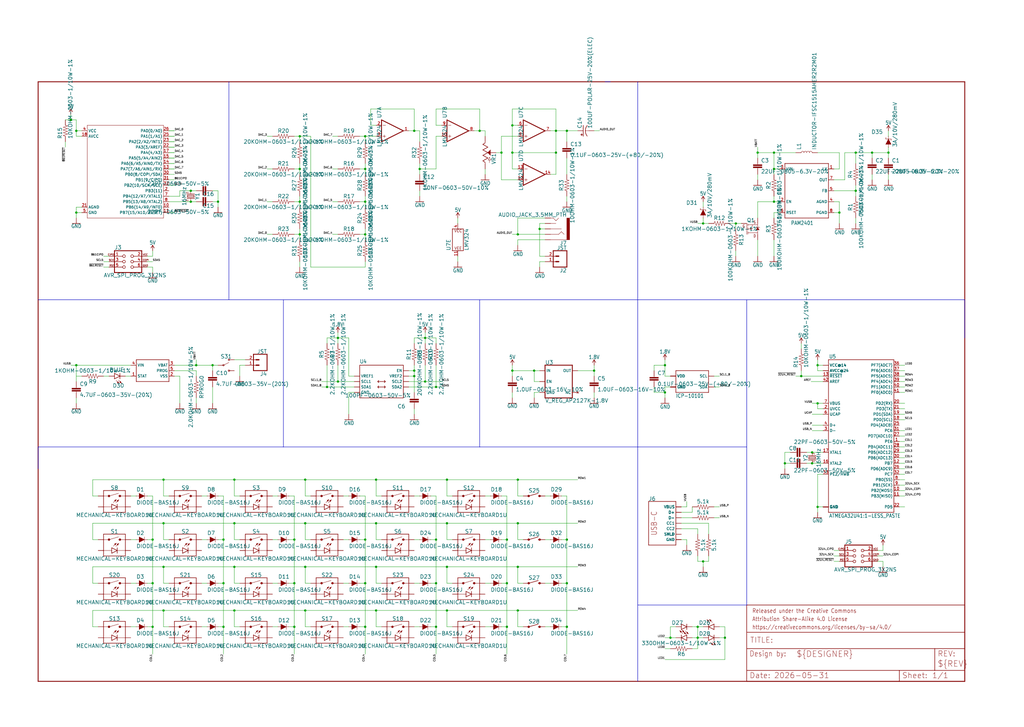
<source format=kicad_sch>
(kicad_sch (version 20230121) (generator eeschema)
  (paper "User" 477.19 338.76)
  (junction (at 170.18 93.98))
  (junction (at 137.16 271.78))
  (junction (at 203.2 271.78))
  (junction (at 381 187.96))
  (junction (at 365.76 215.9))
  (junction (at 312.42 297.18))
  (junction (at 142.24 243.84))
  (junction (at 142.24 284.48))
  (junction (at 236.22 292.1))
  (junction (at 208.28 223.52))
  (junction (at 381 170.18))
  (junction (at 203.2 292.1))
  (junction (at 248.92 172.72))
  (junction (at 175.26 264.16))
  (junction (at 391.16 99.06))
  (junction (at 309.88 182.88))
  (junction (at 170.18 78.74))
  (junction (at 139.7 109.22))
  (junction (at 88.9 88.9))
  (junction (at 203.2 251.46))
  (junction (at 170.18 292.1))
  (junction (at 76.2 264.16))
  (junction (at 327.66 261.62))
  (junction (at 139.7 78.74))
  (junction (at 208.28 243.84))
  (junction (at 198.12 177.8))
  (junction (at 139.7 93.98))
  (junction (at 88.9 93.98))
  (junction (at 91.44 170.18))
  (junction (at 325.12 297.18))
  (junction (at 109.22 264.16))
  (junction (at 157.48 177.8))
  (junction (at 71.12 292.1))
  (junction (at 360.68 71.12))
  (junction (at 414.02 71.12))
  (junction (at 233.68 71.12))
  (junction (at 175.26 284.48))
  (junction (at 71.12 251.46))
  (junction (at 238.76 71.12))
  (junction (at 99.06 170.18))
  (junction (at 327.66 104.14))
  (junction (at 195.58 78.74))
  (junction (at 378.46 215.9))
  (junction (at 251.46 106.68))
  (junction (at 157.48 157.48))
  (junction (at 152.4 180.34))
  (junction (at 264.16 292.1))
  (junction (at 139.7 63.5))
  (junction (at 35.56 60.96))
  (junction (at 76.2 223.52))
  (junction (at 241.3 243.84))
  (junction (at 236.22 251.46))
  (junction (at 137.16 292.1))
  (junction (at 203.2 180.34))
  (junction (at 175.26 243.84))
  (junction (at 264.16 251.46))
  (junction (at 137.16 251.46))
  (junction (at 259.08 71.12))
  (junction (at 71.12 271.78))
  (junction (at 33.02 55.88))
  (junction (at 223.52 60.96))
  (junction (at 309.88 170.18))
  (junction (at 193.04 172.72))
  (junction (at 208.28 264.16))
  (junction (at 276.86 172.72))
  (junction (at 241.3 264.16))
  (junction (at 342.9 104.14))
  (junction (at 238.76 172.72))
  (junction (at 104.14 251.46))
  (junction (at 259.08 60.96))
  (junction (at 175.26 223.52))
  (junction (at 35.56 99.06))
  (junction (at 360.68 78.74))
  (junction (at 337.82 297.18))
  (junction (at 104.14 271.78))
  (junction (at 142.24 223.52))
  (junction (at 325.12 292.1))
  (junction (at 241.3 223.52))
  (junction (at 241.3 284.48))
  (junction (at 381 236.22))
  (junction (at 170.18 63.5))
  (junction (at 398.78 71.12))
  (junction (at 35.56 170.18))
  (junction (at 170.18 251.46))
  (junction (at 142.24 264.16))
  (junction (at 193.04 175.26))
  (junction (at 104.14 292.1))
  (junction (at 353.06 71.12))
  (junction (at 76.2 284.48))
  (junction (at 360.68 93.98))
  (junction (at 236.22 271.78))
  (junction (at 238.76 58.42))
  (junction (at 264.16 271.78))
  (junction (at 406.4 71.12))
  (junction (at 198.12 157.48))
  (junction (at 76.2 243.84))
  (junction (at 109.22 284.48))
  (junction (at 193.04 60.96))
  (junction (at 170.18 271.78))
  (junction (at 208.28 284.48))
  (junction (at 378.46 210.82))
  (junction (at 170.18 109.22))
  (junction (at 398.78 88.9))
  (junction (at 373.38 175.26))
  (junction (at 264.16 60.96))
  (junction (at 241.3 109.22))
  (junction (at 109.22 243.84))
  (junction (at 101.6 93.98))
  (junction (at 109.22 223.52))
  (wire (pts (xy 71.12 119.38) (xy 71.12 116.84)) (stroke (width 0.1524)))
  (wire (pts (xy 88.9 88.9) (xy 91.44 88.9)) (stroke (width 0.1524)))
  (wire (pts (xy 142.24 251.46) (xy 142.24 243.84)) (stroke (width 0.1524)))
  (wire (pts (xy 101.6 271.78) (xy 104.14 271.78)) (stroke (width 0.1524)))
  (wire (pts (xy 111.76 170.18) (xy 111.76 175.26)) (stroke (width 0.1524)))
  (wire (pts (xy 68.58 292.1) (xy 71.12 292.1)) (stroke (width 0.1524)))
  (wire (pts (xy 254 292.1) (xy 256.54 292.1)) (stroke (width 0.1524)))
  (wire (pts (xy 193.04 157.48) (xy 198.12 157.48)) (stroke (width 0.1524)))
  (wire (pts (xy 134.62 292.1) (xy 137.16 292.1)) (stroke (width 0.1524)))
  (wire (pts (xy 419.1 190.5) (xy 421.64 190.5)) (stroke (width 0.1524)))
  (wire (pts (xy 320.04 236.22) (xy 320.04 233.68)) (stroke (width 0.1524)))
  (wire (pts (xy 330.2 104.14) (xy 327.66 104.14)) (stroke (width 0.1524)))
  (wire (pts (xy 60.96 231.14) (xy 63.5 231.14)) (stroke (width 0.1524)))
  (wire (pts (xy 162.56 175.26) (xy 162.56 157.48)) (stroke (width 0.1524)))
  (wire (pts (xy 406.4 83.82) (xy 406.4 81.28)) (stroke (width 0.1524)))
  (wire (pts (xy 322.58 297.18) (xy 325.12 297.18)) (stroke (width 0.1524)))
  (wire (pts (xy 370.84 71.12) (xy 360.68 71.12)) (stroke (width 0.1524)))
  (wire (pts (xy 71.12 292.1) (xy 71.12 304.8)) (stroke (width 0.1524)))
  (wire (pts (xy 35.56 175.26) (xy 38.1 175.26)) (stroke (width 0.1524)))
  (polyline (pts (xy 132.08 139.7) (xy 132.08 208.28)) (stroke (width 0.2032) (type solid)))
  (wire (pts (xy 144.78 271.78) (xy 142.24 271.78)) (stroke (width 0.1524)))
  (wire (pts (xy 241.3 83.82) (xy 233.68 83.82)) (stroke (width 0.1524)))
  (wire (pts (xy 71.12 251.46) (xy 71.12 271.78)) (stroke (width 0.1524)))
  (wire (pts (xy 309.88 182.88) (xy 309.88 185.42)) (stroke (width 0.1524)))
  (wire (pts (xy 137.16 93.98) (xy 139.7 93.98)) (stroke (width 0.1524)))
  (wire (pts (xy 167.64 292.1) (xy 170.18 292.1)) (stroke (width 0.1524)))
  (wire (pts (xy 388.62 93.98) (xy 391.16 93.98)) (stroke (width 0.1524)))
  (wire (pts (xy 111.76 231.14) (xy 109.22 231.14)) (stroke (width 0.1524)))
  (wire (pts (xy 419.1 200.66) (xy 421.64 200.66)) (stroke (width 0.1524)))
  (wire (pts (xy 317.5 243.84) (xy 330.2 243.84)) (stroke (width 0.1524)))
  (wire (pts (xy 109.22 284.48) (xy 142.24 284.48)) (stroke (width 0.1524)))
  (wire (pts (xy 261.62 292.1) (xy 264.16 292.1)) (stroke (width 0.1524)))
  (wire (pts (xy 317.5 236.22) (xy 320.04 236.22)) (stroke (width 0.1524)))
  (wire (pts (xy 353.06 71.12) (xy 353.06 68.58)) (stroke (width 0.1524)))
  (wire (pts (xy 167.64 231.14) (xy 170.18 231.14)) (stroke (width 0.1524)))
  (wire (pts (xy 175.26 284.48) (xy 208.28 284.48)) (stroke (width 0.1524)))
  (wire (pts (xy 175.26 63.5) (xy 170.18 63.5)) (stroke (width 0.1524)))
  (wire (pts (xy 378.46 210.82) (xy 375.92 210.82)) (stroke (width 0.1524)))
  (wire (pts (xy 264.16 271.78) (xy 264.16 292.1)) (stroke (width 0.1524)))
  (wire (pts (xy 317.5 251.46) (xy 320.04 251.46)) (stroke (width 0.1524)))
  (wire (pts (xy 35.56 55.88) (xy 33.02 55.88)) (stroke (width 0.1524)))
  (wire (pts (xy 391.16 71.12) (xy 391.16 78.74)) (stroke (width 0.1524)))
  (wire (pts (xy 68.58 271.78) (xy 71.12 271.78)) (stroke (width 0.1524)))
  (wire (pts (xy 233.68 63.5) (xy 241.3 63.5)) (stroke (width 0.1524)))
  (wire (pts (xy 353.06 83.82) (xy 353.06 81.28)) (stroke (width 0.1524)))
  (wire (pts (xy 104.14 231.14) (xy 104.14 251.46)) (stroke (width 0.1524)))
  (wire (pts (xy 63.5 292.1) (xy 60.96 292.1)) (stroke (width 0.1524)))
  (wire (pts (xy 83.82 88.9) (xy 83.82 91.44)) (stroke (width 0.1524)))
  (wire (pts (xy 419.1 223.52) (xy 421.64 223.52)) (stroke (width 0.1524)))
  (wire (pts (xy 91.44 172.72) (xy 81.28 172.72)) (stroke (width 0.1524)))
  (wire (pts (xy 144.78 292.1) (xy 142.24 292.1)) (stroke (width 0.1524)))
  (wire (pts (xy 43.18 251.46) (xy 43.18 243.84)) (stroke (width 0.1524)))
  (wire (pts (xy 177.8 271.78) (xy 175.26 271.78)) (stroke (width 0.1524)))
  (wire (pts (xy 157.48 157.48) (xy 157.48 154.94)) (stroke (width 0.1524)))
  (wire (pts (xy 223.52 60.96) (xy 220.98 60.96)) (stroke (width 0.1524)))
  (wire (pts (xy 35.56 60.96) (xy 35.56 55.88)) (stroke (width 0.1524)))
  (wire (pts (xy 142.24 223.52) (xy 175.26 223.52)) (stroke (width 0.1524)))
  (wire (pts (xy 137.16 292.1) (xy 137.16 304.8)) (stroke (width 0.1524)))
  (wire (pts (xy 78.74 83.82) (xy 81.28 83.82)) (stroke (width 0.1524)))
  (wire (pts (xy 261.62 271.78) (xy 264.16 271.78)) (stroke (width 0.1524)))
  (wire (pts (xy 78.74 99.06) (xy 81.28 99.06)) (stroke (width 0.1524)))
  (wire (pts (xy 419.1 170.18) (xy 421.64 170.18)) (stroke (width 0.1524)))
  (wire (pts (xy 259.08 50.8) (xy 259.08 60.96)) (stroke (width 0.1524)))
  (wire (pts (xy 160.02 231.14) (xy 162.56 231.14)) (stroke (width 0.1524)))
  (wire (pts (xy 365.76 210.82) (xy 365.76 215.9)) (stroke (width 0.1524)))
  (wire (pts (xy 170.18 251.46) (xy 170.18 271.78)) (stroke (width 0.1524)))
  (wire (pts (xy 238.76 71.12) (xy 259.08 71.12)) (stroke (width 0.1524)))
  (wire (pts (xy 241.3 284.48) (xy 241.3 292.1)) (stroke (width 0.1524)))
  (wire (pts (xy 208.28 271.78) (xy 208.28 264.16)) (stroke (width 0.1524)))
  (wire (pts (xy 170.18 292.1) (xy 170.18 304.8)) (stroke (width 0.1524)))
  (polyline (pts (xy 297.18 281.94) (xy 347.98 281.94)) (stroke (width 0.2032) (type solid)))
  (wire (pts (xy 391.16 99.06) (xy 391.16 104.14)) (stroke (width 0.1524)))
  (wire (pts (xy 137.16 63.5) (xy 139.7 63.5)) (stroke (width 0.1524)))
  (wire (pts (xy 203.2 160.02) (xy 203.2 157.48)) (stroke (width 0.1524)))
  (wire (pts (xy 342.9 106.68) (xy 342.9 104.14)) (stroke (width 0.1524)))
  (wire (pts (xy 96.52 292.1) (xy 93.98 292.1)) (stroke (width 0.1524)))
  (wire (pts (xy 109.22 251.46) (xy 109.22 243.84)) (stroke (width 0.1524)))
  (wire (pts (xy 175.26 271.78) (xy 175.26 264.16)) (stroke (width 0.1524)))
  (wire (pts (xy 276.86 60.96) (xy 279.4 60.96)) (stroke (width 0.1524)))
  (wire (pts (xy 101.6 93.98) (xy 101.6 88.9)) (stroke (width 0.1524)))
  (wire (pts (xy 195.58 76.2) (xy 195.58 78.74)) (stroke (width 0.1524)))
  (wire (pts (xy 241.3 271.78) (xy 243.84 271.78)) (stroke (width 0.1524)))
  (wire (pts (xy 71.12 271.78) (xy 71.12 292.1)) (stroke (width 0.1524)))
  (wire (pts (xy 127 63.5) (xy 124.46 63.5)) (stroke (width 0.1524)))
  (wire (pts (xy 96.52 271.78) (xy 93.98 271.78)) (stroke (width 0.1524)))
  (wire (pts (xy 259.08 60.96) (xy 259.08 71.12)) (stroke (width 0.1524)))
  (wire (pts (xy 419.1 213.36) (xy 421.64 213.36)) (stroke (width 0.1524)))
  (wire (pts (xy 35.56 96.52) (xy 35.56 99.06)) (stroke (width 0.1524)))
  (wire (pts (xy 198.12 157.48) (xy 203.2 157.48)) (stroke (width 0.1524)))
  (wire (pts (xy 198.12 157.48) (xy 198.12 154.94)) (stroke (width 0.1524)))
  (polyline (pts (xy 132.08 139.7) (xy 106.68 139.7)) (stroke (width 0.2032) (type solid)))
  (wire (pts (xy 264.16 93.98) (xy 264.16 91.44)) (stroke (width 0.1524)))
  (wire (pts (xy 35.56 99.06) (xy 35.56 101.6)) (stroke (width 0.1524)))
  (wire (pts (xy 99.06 88.9) (xy 101.6 88.9)) (stroke (width 0.1524)))
  (wire (pts (xy 193.04 175.26) (xy 193.04 182.88)) (stroke (width 0.1524)))
  (wire (pts (xy 88.9 93.98) (xy 91.44 93.98)) (stroke (width 0.1524)))
  (wire (pts (xy 391.16 93.98) (xy 391.16 99.06)) (stroke (width 0.1524)))
  (wire (pts (xy 393.7 71.12) (xy 398.78 71.12)) (stroke (width 0.1524)))
  (wire (pts (xy 175.26 223.52) (xy 208.28 223.52)) (stroke (width 0.1524)))
  (wire (pts (xy 327.66 96.52) (xy 327.66 93.98)) (stroke (width 0.1524)))
  (wire (pts (xy 373.38 160.02) (xy 373.38 162.56)) (stroke (width 0.1524)))
  (wire (pts (xy 38.1 60.96) (xy 35.56 60.96)) (stroke (width 0.1524)))
  (wire (pts (xy 109.22 292.1) (xy 109.22 284.48)) (stroke (width 0.1524)))
  (wire (pts (xy 139.7 121.92) (xy 139.7 124.46)) (stroke (width 0.1524)))
  (wire (pts (xy 68.58 119.38) (xy 71.12 119.38)) (stroke (width 0.1524)))
  (wire (pts (xy 170.18 231.14) (xy 170.18 251.46)) (stroke (width 0.1524)))
  (polyline (pts (xy 223.52 208.28) (xy 297.18 208.28)) (stroke (width 0.2032) (type solid)))
  (wire (pts (xy 165.1 177.8) (xy 157.48 177.8)) (stroke (width 0.1524)))
  (wire (pts (xy 304.8 170.18) (xy 304.8 172.72)) (stroke (width 0.1524)))
  (wire (pts (xy 165.1 182.88) (xy 162.56 182.88)) (stroke (width 0.1524)))
  (wire (pts (xy 251.46 106.68) (xy 251.46 119.38)) (stroke (width 0.1524)))
  (wire (pts (xy 388.62 88.9) (xy 398.78 88.9)) (stroke (width 0.1524)))
  (wire (pts (xy 241.3 264.16) (xy 269.24 264.16)) (stroke (width 0.1524)))
  (wire (pts (xy 233.68 271.78) (xy 236.22 271.78)) (stroke (width 0.1524)))
  (wire (pts (xy 414.02 71.12) (xy 414.02 73.66)) (stroke (width 0.1524)))
  (wire (pts (xy 383.54 177.8) (xy 377.952 177.8)) (stroke (width 0.1524)))
  (wire (pts (xy 419.1 180.34) (xy 421.64 180.34)) (stroke (width 0.1524)))
  (wire (pts (xy 139.7 63.5) (xy 144.78 63.5)) (stroke (width 0.1524)))
  (wire (pts (xy 210.82 292.1) (xy 208.28 292.1)) (stroke (width 0.1524)))
  (wire (pts (xy 109.22 271.78) (xy 109.22 264.16)) (stroke (width 0.1524)))
  (polyline (pts (xy 297.18 38.1) (xy 297.18 208.28)) (stroke (width 0.2032) (type solid)))
  (wire (pts (xy 35.56 185.42) (xy 35.56 187.96)) (stroke (width 0.1524)))
  (wire (pts (xy 353.06 71.12) (xy 360.68 71.12)) (stroke (width 0.1524)))
  (wire (pts (xy 144.78 124.46) (xy 170.18 124.46)) (stroke (width 0.1524)))
  (wire (pts (xy 101.6 96.52) (xy 101.6 93.98)) (stroke (width 0.1524)))
  (wire (pts (xy 177.8 231.14) (xy 175.26 231.14)) (stroke (width 0.1524)))
  (wire (pts (xy 91.44 175.26) (xy 91.44 172.72)) (stroke (width 0.1524)))
  (wire (pts (xy 419.1 218.44) (xy 421.64 218.44)) (stroke (width 0.1524)))
  (polyline (pts (xy 347.98 208.28) (xy 297.18 208.28)) (stroke (width 0.2032) (type solid)))
  (wire (pts (xy 193.04 170.18) (xy 193.04 172.72)) (stroke (width 0.1524)))
  (wire (pts (xy 241.3 109.22) (xy 241.3 101.6)) (stroke (width 0.1524)))
  (wire (pts (xy 203.2 271.78) (xy 203.2 292.1)) (stroke (width 0.1524)))
  (wire (pts (xy 203.2 180.34) (xy 205.74 180.34)) (stroke (width 0.1524)))
  (wire (pts (xy 78.74 292.1) (xy 76.2 292.1)) (stroke (width 0.1524)))
  (wire (pts (xy 76.2 251.46) (xy 76.2 243.84)) (stroke (width 0.1524)))
  (wire (pts (xy 78.74 76.2) (xy 81.28 76.2)) (stroke (width 0.2032)))
  (wire (pts (xy 101.6 170.18) (xy 99.06 170.18)) (stroke (width 0.1524)))
  (wire (pts (xy 264.16 292.1) (xy 264.16 304.8)) (stroke (width 0.1524)))
  (wire (pts (xy 414.02 71.12) (xy 414.02 68.58)) (stroke (width 0.1524)))
  (wire (pts (xy 381 187.96) (xy 378.46 187.96)) (stroke (width 0.1524)))
  (wire (pts (xy 157.48 109.22) (xy 154.94 109.22)) (stroke (width 0.1524)))
  (wire (pts (xy 254 231.14) (xy 256.54 231.14)) (stroke (width 0.1524)))
  (wire (pts (xy 193.04 160.02) (xy 193.04 157.48)) (stroke (width 0.1524)))
  (wire (pts (xy 157.48 157.48) (xy 152.4 157.48)) (stroke (width 0.1524)))
  (wire (pts (xy 60.96 251.46) (xy 63.5 251.46)) (stroke (width 0.1524)))
  (wire (pts (xy 190.5 180.34) (xy 203.2 180.34)) (stroke (width 0.1524)))
  (wire (pts (xy 251.46 177.8) (xy 248.92 177.8)) (stroke (width 0.1524)))
  (polyline (pts (xy 449.58 157.48) (xy 449.58 139.7)) (stroke (width 0.2032) (type solid)))
  (wire (pts (xy 134.62 251.46) (xy 137.16 251.46)) (stroke (width 0.1524)))
  (wire (pts (xy 157.48 63.5) (xy 154.94 63.5)) (stroke (width 0.1524)))
  (wire (pts (xy 226.06 271.78) (xy 228.6 271.78)) (stroke (width 0.1524)))
  (wire (pts (xy 144.78 63.5) (xy 144.78 124.46)) (stroke (width 0.1524)))
  (wire (pts (xy 193.04 60.96) (xy 190.5 60.96)) (stroke (width 0.1524)))
  (wire (pts (xy 414.02 83.82) (xy 414.02 81.28)) (stroke (width 0.1524)))
  (wire (pts (xy 208.28 243.84) (xy 241.3 243.84)) (stroke (width 0.1524)))
  (wire (pts (xy 248.92 172.72) (xy 238.76 172.72)) (stroke (width 0.1524)))
  (wire (pts (xy 162.56 157.48) (xy 157.48 157.48)) (stroke (width 0.1524)))
  (wire (pts (xy 170.18 91.44) (xy 170.18 93.98)) (stroke (width 0.1524)))
  (polyline (pts (xy 223.52 139.7) (xy 223.52 208.28)) (stroke (width 0.2032) (type solid)))
  (wire (pts (xy 360.68 81.28) (xy 360.68 78.74)) (stroke (width 0.1524)))
  (wire (pts (xy 200.66 271.78) (xy 203.2 271.78)) (stroke (width 0.1524)))
  (wire (pts (xy 109.22 264.16) (xy 142.24 264.16)) (stroke (width 0.1524)))
  (wire (pts (xy 381 172.72) (xy 381 170.18)) (stroke (width 0.1524)))
  (wire (pts (xy 167.64 78.74) (xy 170.18 78.74)) (stroke (width 0.1524)))
  (wire (pts (xy 383.54 172.72) (xy 381 172.72)) (stroke (width 0.1524)))
  (wire (pts (xy 78.74 63.5) (xy 81.28 63.5)) (stroke (width 0.2032)))
  (wire (pts (xy 223.52 60.96) (xy 226.06 60.96)) (stroke (width 0.1524)))
  (wire (pts (xy 327.66 261.62) (xy 327.66 264.16)) (stroke (width 0.1524)))
  (wire (pts (xy 383.54 175.26) (xy 373.38 175.26)) (stroke (width 0.1524)))
  (wire (pts (xy 238.76 175.26) (xy 238.76 172.72)) (stroke (width 0.1524)))
  (wire (pts (xy 35.56 170.18) (xy 35.56 177.8)) (stroke (width 0.1524)))
  (wire (pts (xy 43.18 292.1) (xy 43.18 284.48)) (stroke (width 0.1524)))
  (wire (pts (xy 233.68 83.82) (xy 233.68 71.12)) (stroke (width 0.1524)))
  (wire (pts (xy 261.62 251.46) (xy 264.16 251.46)) (stroke (width 0.1524)))
  (wire (pts (xy 78.74 71.12) (xy 81.28 71.12)) (stroke (width 0.2032)))
  (wire (pts (xy 236.22 251.46) (xy 236.22 271.78)) (stroke (width 0.1524)))
  (wire (pts (xy 76.2 264.16) (xy 109.22 264.16)) (stroke (width 0.1524)))
  (wire (pts (xy 378.46 215.9) (xy 375.92 215.9)) (stroke (width 0.1524)))
  (wire (pts (xy 160.02 292.1) (xy 162.56 292.1)) (stroke (width 0.1524)))
  (wire (pts (xy 195.58 292.1) (xy 193.04 292.1)) (stroke (width 0.1524)))
  (wire (pts (xy 101.6 231.14) (xy 104.14 231.14)) (stroke (width 0.1524)))
  (wire (pts (xy 137.16 109.22) (xy 139.7 109.22)) (stroke (width 0.1524)))
  (wire (pts (xy 43.18 231.14) (xy 43.18 223.52)) (stroke (width 0.1524)))
  (wire (pts (xy 170.18 63.5) (xy 170.18 66.04)) (stroke (width 0.1524)))
  (wire (pts (xy 63.5 271.78) (xy 60.96 271.78)) (stroke (width 0.1524)))
  (wire (pts (xy 322.58 292.1) (xy 325.12 292.1)) (stroke (width 0.1524)))
  (wire (pts (xy 335.28 292.1) (xy 337.82 292.1)) (stroke (width 0.1524)))
  (wire (pts (xy 332.74 180.34) (xy 335.28 180.34)) (stroke (width 0.1524)))
  (wire (pts (xy 144.78 231.14) (xy 142.24 231.14)) (stroke (width 0.1524)))
  (wire (pts (xy 114.3 167.64) (xy 109.22 167.64)) (stroke (width 0.1524)))
  (wire (pts (xy 381 236.22) (xy 381 238.76)) (stroke (width 0.1524)))
  (wire (pts (xy 175.26 264.16) (xy 208.28 264.16)) (stroke (width 0.1524)))
  (wire (pts (xy 68.58 121.92) (xy 71.12 121.92)) (stroke (width 0.1524)))
  (wire (pts (xy 325.12 297.18) (xy 325.12 302.26)) (stroke (width 0.1524)))
  (wire (pts (xy 91.44 187.96) (xy 91.44 185.42)) (stroke (width 0.1524)))
  (wire (pts (xy 76.2 231.14) (xy 76.2 223.52)) (stroke (width 0.1524)))
  (wire (pts (xy 193.04 271.78) (xy 195.58 271.78)) (stroke (width 0.1524)))
  (wire (pts (xy 360.68 119.38) (xy 360.68 111.76)) (stroke (width 0.1524)))
  (wire (pts (xy 43.18 284.48) (xy 76.2 284.48)) (stroke (width 0.1524)))
  (wire (pts (xy 381 170.18) (xy 381 167.64)) (stroke (width 0.1524)))
  (wire (pts (xy 312.42 297.18) (xy 309.88 297.18)) (stroke (width 0.1524)))
  (wire (pts (xy 419.1 210.82) (xy 421.64 210.82)) (stroke (width 0.1524)))
  (wire (pts (xy 190.5 175.26) (xy 193.04 175.26)) (stroke (width 0.1524)))
  (wire (pts (xy 139.7 109.22) (xy 139.7 106.68)) (stroke (width 0.1524)))
  (wire (pts (xy 388.62 99.06) (xy 391.16 99.06)) (stroke (width 0.1524)))
  (wire (pts (xy 256.54 271.78) (xy 254 271.78)) (stroke (width 0.1524)))
  (wire (pts (xy 205.74 58.42) (xy 203.2 58.42)) (stroke (width 0.1524)))
  (wire (pts (xy 391.16 261.62) (xy 388.62 261.62)) (stroke (width 0.1524)))
  (wire (pts (xy 76.2 223.52) (xy 109.22 223.52)) (stroke (width 0.1524)))
  (wire (pts (xy 312.42 292.1) (xy 314.96 292.1)) (stroke (width 0.1524)))
  (wire (pts (xy 152.4 170.18) (xy 152.4 180.34)) (stroke (width 0.1524)))
  (wire (pts (xy 241.3 264.16) (xy 241.3 271.78)) (stroke (width 0.1524)))
  (wire (pts (xy 254 251.46) (xy 256.54 251.46)) (stroke (width 0.1524)))
  (wire (pts (xy 35.56 170.18) (xy 60.96 170.18)) (stroke (width 0.1524)))
  (wire (pts (xy 325.12 292.1) (xy 327.66 292.1)) (stroke (width 0.1524)))
  (wire (pts (xy 139.7 63.5) (xy 139.7 66.04)) (stroke (width 0.1524)))
  (wire (pts (xy 320.04 251.46) (xy 320.04 254)) (stroke (width 0.1524)))
  (wire (pts (xy 264.16 81.28) (xy 264.16 73.66)) (stroke (width 0.1524)))
  (wire (pts (xy 327.66 261.62) (xy 330.2 261.62)) (stroke (width 0.1524)))
  (wire (pts (xy 317.5 238.76) (xy 322.58 238.76)) (stroke (width 0.1524)))
  (wire (pts (xy 332.74 241.3) (xy 335.28 241.3)) (stroke (width 0.1524)))
  (wire (pts (xy 83.82 175.26) (xy 83.82 187.96)) (stroke (width 0.1524)))
  (wire (pts (xy 139.7 76.2) (xy 139.7 78.74)) (stroke (width 0.1524)))
  (wire (pts (xy 381 220.98) (xy 381 236.22)) (stroke (width 0.1524)))
  (wire (pts (xy 96.52 251.46) (xy 93.98 251.46)) (stroke (width 0.1524)))
  (wire (pts (xy 248.92 177.8) (xy 248.92 172.72)) (stroke (width 0.1524)))
  (wire (pts (xy 332.74 175.26) (xy 335.28 175.26)) (stroke (width 0.1524)))
  (polyline (pts (xy 297.18 281.94) (xy 297.18 317.5)) (stroke (width 0.2032) (type solid)))
  (wire (pts (xy 172.72 58.42) (xy 172.72 50.8)) (stroke (width 0.1524)))
  (wire (pts (xy 43.18 271.78) (xy 43.18 264.16)) (stroke (width 0.1524)))
  (wire (pts (xy 391.16 78.74) (xy 388.62 78.74)) (stroke (width 0.1524)))
  (wire (pts (xy 170.18 271.78) (xy 170.18 292.1)) (stroke (width 0.1524)))
  (wire (pts (xy 312.42 297.18) (xy 312.42 292.1)) (stroke (width 0.1524)))
  (wire (pts (xy 157.48 93.98) (xy 154.94 93.98)) (stroke (width 0.1524)))
  (wire (pts (xy 322.58 238.76) (xy 322.58 236.22)) (stroke (width 0.1524)))
  (wire (pts (xy 104.14 292.1) (xy 104.14 304.8)) (stroke (width 0.1524)))
  (wire (pts (xy 165.1 180.34) (xy 152.4 180.34)) (stroke (width 0.1524)))
  (wire (pts (xy 76.2 284.48) (xy 109.22 284.48)) (stroke (width 0.1524)))
  (wire (pts (xy 337.82 292.1) (xy 337.82 297.18)) (stroke (width 0.1524)))
  (wire (pts (xy 203.2 231.14) (xy 203.2 251.46)) (stroke (width 0.1524)))
  (wire (pts (xy 353.06 73.66) (xy 353.06 71.12)) (stroke (width 0.1524)))
  (wire (pts (xy 238.76 172.72) (xy 238.76 170.18)) (stroke (width 0.1524)))
  (wire (pts (xy 312.42 180.34) (xy 309.88 180.34)) (stroke (width 0.1524)))
  (wire (pts (xy 203.2 50.8) (xy 223.52 50.8)) (stroke (width 0.1524)))
  (wire (pts (xy 398.78 88.9) (xy 398.78 86.36)) (stroke (width 0.1524)))
  (wire (pts (xy 127 292.1) (xy 129.54 292.1)) (stroke (width 0.1524)))
  (wire (pts (xy 254 121.92) (xy 251.46 121.92)) (stroke (width 0.1524)))
  (wire (pts (xy 83.82 88.9) (xy 88.9 88.9)) (stroke (width 0.1524)))
  (wire (pts (xy 78.74 271.78) (xy 76.2 271.78)) (stroke (width 0.1524)))
  (wire (pts (xy 238.76 58.42) (xy 238.76 50.8)) (stroke (width 0.1524)))
  (wire (pts (xy 142.24 292.1) (xy 142.24 284.48)) (stroke (width 0.1524)))
  (wire (pts (xy 317.5 241.3) (xy 322.58 241.3)) (stroke (width 0.1524)))
  (wire (pts (xy 76.2 243.84) (xy 109.22 243.84)) (stroke (width 0.1524)))
  (wire (pts (xy 408.94 256.54) (xy 411.48 256.54)) (stroke (width 0.1524)))
  (wire (pts (xy 363.22 99.06) (xy 360.68 99.06)) (stroke (width 0.1524)))
  (wire (pts (xy 160.02 271.78) (xy 162.56 271.78)) (stroke (width 0.1524)))
  (wire (pts (xy 330.2 243.84) (xy 330.2 248.92)) (stroke (width 0.1524)))
  (wire (pts (xy 167.64 251.46) (xy 170.18 251.46)) (stroke (width 0.1524)))
  (wire (pts (xy 177.8 251.46) (xy 175.26 251.46)) (stroke (width 0.1524)))
  (polyline (pts (xy 347.98 281.94) (xy 347.98 208.28)) (stroke (width 0.2032) (type solid)))
  (wire (pts (xy 38.1 96.52) (xy 35.56 96.52)) (stroke (width 0.1524)))
  (polyline (pts (xy 347.98 208.28) (xy 347.98 139.7)) (stroke (width 0.2032) (type solid)))
  (wire (pts (xy 330.2 261.62) (xy 330.2 259.08)) (stroke (width 0.1524)))
  (wire (pts (xy 261.62 231.14) (xy 264.16 231.14)) (stroke (width 0.1524)))
  (wire (pts (xy 78.74 66.04) (xy 81.28 66.04)) (stroke (width 0.2032)))
  (wire (pts (xy 342.9 116.84) (xy 342.9 119.38)) (stroke (width 0.1524)))
  (wire (pts (xy 365.76 215.9) (xy 365.76 218.44)) (stroke (width 0.1524)))
  (wire (pts (xy 419.1 193.04) (xy 421.64 193.04)) (stroke (width 0.1524)))
  (wire (pts (xy 88.9 93.98) (xy 78.74 93.98)) (stroke (width 0.1524)))
  (wire (pts (xy 167.64 271.78) (xy 170.18 271.78)) (stroke (width 0.1524)))
  (wire (pts (xy 236.22 231.14) (xy 236.22 251.46)) (stroke (width 0.1524)))
  (wire (pts (xy 78.74 81.28) (xy 81.28 81.28)) (stroke (width 0.1524)))
  (wire (pts (xy 381 190.5) (xy 381 187.96)) (stroke (width 0.1524)))
  (wire (pts (xy 127 93.98) (xy 124.46 93.98)) (stroke (width 0.1524)))
  (wire (pts (xy 71.12 124.46) (xy 71.12 127)) (stroke (width 0.1524)))
  (wire (pts (xy 393.7 83.82) (xy 393.7 71.12)) (stroke (width 0.1524)))
  (wire (pts (xy 78.74 231.14) (xy 76.2 231.14)) (stroke (width 0.1524)))
  (wire (pts (xy 419.1 172.72) (xy 421.64 172.72)) (stroke (width 0.1524)))
  (wire (pts (xy 139.7 93.98) (xy 139.7 96.52)) (stroke (width 0.1524)))
  (wire (pts (xy 101.6 292.1) (xy 104.14 292.1)) (stroke (width 0.1524)))
  (wire (pts (xy 254 109.22) (xy 241.3 109.22)) (stroke (width 0.1524)))
  (wire (pts (xy 96.52 231.14) (xy 93.98 231.14)) (stroke (width 0.1524)))
  (polyline (pts (xy 106.68 139.7) (xy 106.68 38.1)) (stroke (width 0.2032) (type solid)))
  (wire (pts (xy 81.28 170.18) (xy 91.44 170.18)) (stroke (width 0.1524)))
  (wire (pts (xy 383.54 215.9) (xy 378.46 215.9)) (stroke (width 0.1524)))
  (wire (pts (xy 254 119.38) (xy 251.46 119.38)) (stroke (width 0.1524)))
  (wire (pts (xy 127 109.22) (xy 124.46 109.22)) (stroke (width 0.1524)))
  (wire (pts (xy 142.24 271.78) (xy 142.24 264.16)) (stroke (width 0.1524)))
  (wire (pts (xy 419.1 195.58) (xy 421.64 195.58)) (stroke (width 0.1524)))
  (wire (pts (xy 200.66 231.14) (xy 203.2 231.14)) (stroke (width 0.1524)))
  (polyline (pts (xy 132.08 208.28) (xy 223.52 208.28)) (stroke (width 0.2032) (type solid)))
  (wire (pts (xy 162.56 182.88) (xy 162.56 193.04)) (stroke (width 0.1524)))
  (wire (pts (xy 373.38 172.72) (xy 373.38 175.26)) (stroke (width 0.1524)))
  (wire (pts (xy 264.16 251.46) (xy 264.16 271.78)) (stroke (width 0.1524)))
  (polyline (pts (xy 17.78 218.44) (xy 17.78 208.28)) (stroke (width 0.2032) (type solid)))
  (wire (pts (xy 251.46 121.92) (xy 251.46 124.46)) (stroke (width 0.1524)))
  (wire (pts (xy 325.12 292.1) (xy 325.12 297.18)) (stroke (width 0.1524)))
  (wire (pts (xy 30.48 66.04) (xy 30.48 68.58)) (stroke (width 0.1524)))
  (wire (pts (xy 127 271.78) (xy 129.54 271.78)) (stroke (width 0.1524)))
  (polyline (pts (xy 223.52 139.7) (xy 132.08 139.7)) (stroke (width 0.2032) (type solid)))
  (wire (pts (xy 152.4 180.34) (xy 149.86 180.34)) (stroke (width 0.1524)))
  (wire (pts (xy 337.82 307.34) (xy 309.88 307.34)) (stroke (width 0.1524)))
  (wire (pts (xy 208.28 292.1) (xy 208.28 284.48)) (stroke (width 0.1524)))
  (wire (pts (xy 233.68 251.46) (xy 236.22 251.46)) (stroke (width 0.1524)))
  (wire (pts (xy 134.62 231.14) (xy 137.16 231.14)) (stroke (width 0.1524)))
  (wire (pts (xy 175.26 58.42) (xy 172.72 58.42)) (stroke (width 0.1524)))
  (wire (pts (xy 76.2 271.78) (xy 76.2 264.16)) (stroke (width 0.1524)))
  (wire (pts (xy 241.3 231.14) (xy 243.84 231.14)) (stroke (width 0.1524)))
  (wire (pts (xy 325.12 297.18) (xy 327.66 297.18)) (stroke (width 0.1524)))
  (wire (pts (xy 152.4 160.02) (xy 152.4 157.48)) (stroke (width 0.1524)))
  (wire (pts (xy 157.48 177.8) (xy 149.86 177.8)) (stroke (width 0.1524)))
  (wire (pts (xy 198.12 170.18) (xy 198.12 177.8)) (stroke (width 0.1524)))
  (wire (pts (xy 254 101.6) (xy 241.3 101.6)) (stroke (width 0.1524)))
  (wire (pts (xy 248.92 182.88) (xy 248.92 185.42)) (stroke (width 0.1524)))
  (wire (pts (xy 111.76 271.78) (xy 109.22 271.78)) (stroke (width 0.1524)))
  (wire (pts (xy 398.78 104.14) (xy 398.78 101.6)) (stroke (width 0.1524)))
  (wire (pts (xy 195.58 78.74) (xy 203.2 78.74)) (stroke (width 0.1524)))
  (wire (pts (xy 193.04 175.26) (xy 193.04 172.72)) (stroke (width 0.1524)))
  (wire (pts (xy 208.28 284.48) (xy 241.3 284.48)) (stroke (width 0.1524)))
  (wire (pts (xy 210.82 251.46) (xy 208.28 251.46)) (stroke (width 0.1524)))
  (wire (pts (xy 391.16 256.54) (xy 388.62 256.54)) (stroke (width 0.1524)))
  (wire (pts (xy 254 104.14) (xy 251.46 104.14)) (stroke (width 0.1524)))
  (wire (pts (xy 68.58 124.46) (xy 71.12 124.46)) (stroke (width 0.1524)))
  (wire (pts (xy 259.08 60.96) (xy 264.16 60.96)) (stroke (width 0.1524)))
  (wire (pts (xy 157.48 160.02) (xy 157.48 157.48)) (stroke (width 0.1524)))
  (wire (pts (xy 264.16 231.14) (xy 264.16 251.46)) (stroke (width 0.1524)))
  (wire (pts (xy 360.68 99.06) (xy 360.68 101.6)) (stroke (width 0.1524)))
  (wire (pts (xy 241.3 251.46) (xy 243.84 251.46)) (stroke (width 0.1524)))
  (wire (pts (xy 193.04 190.5) (xy 193.04 193.04)) (stroke (width 0.1524)))
  (wire (pts (xy 33.02 170.18) (xy 35.56 170.18)) (stroke (width 0.1524)))
  (wire (pts (xy 170.18 93.98) (xy 170.18 96.52)) (stroke (width 0.1524)))
  (wire (pts (xy 238.76 182.88) (xy 238.76 185.42)) (stroke (width 0.1524)))
  (polyline (pts (xy 281.94 38.1) (xy 284.48 38.1)) (stroke (width 0.2032) (type solid)))
  (wire (pts (xy 419.1 208.28) (xy 421.64 208.28)) (stroke (width 0.1524)))
  (wire (pts (xy 345.44 104.14) (xy 342.9 104.14)) (stroke (width 0.1524)))
  (wire (pts (xy 241.3 223.52) (xy 241.3 231.14)) (stroke (width 0.1524)))
  (wire (pts (xy 160.02 251.46) (xy 162.56 251.46)) (stroke (width 0.1524)))
  (wire (pts (xy 198.12 177.8) (xy 205.74 177.8)) (stroke (width 0.1524)))
  (wire (pts (xy 104.14 271.78) (xy 104.14 292.1)) (stroke (width 0.1524)))
  (polyline (pts (xy 297.18 208.28) (xy 297.18 281.94)) (stroke (width 0.2032) (type solid)))
  (wire (pts (xy 111.76 251.46) (xy 109.22 251.46)) (stroke (width 0.1524)))
  (wire (pts (xy 383.54 200.66) (xy 378.46 200.66)) (stroke (width 0.1524)))
  (wire (pts (xy 259.08 71.12) (xy 259.08 81.28)) (stroke (width 0.1524)))
  (wire (pts (xy 259.08 60.96) (xy 256.54 60.96)) (stroke (width 0.1524)))
  (wire (pts (xy 233.68 231.14) (xy 236.22 231.14)) (stroke (width 0.1524)))
  (wire (pts (xy 276.86 175.26) (xy 276.86 172.72)) (stroke (width 0.1524)))
  (wire (pts (xy 325.12 261.62) (xy 327.66 261.62)) (stroke (width 0.1524)))
  (wire (pts (xy 170.18 109.22) (xy 170.18 111.76)) (stroke (width 0.1524)))
  (wire (pts (xy 137.16 231.14) (xy 137.16 251.46)) (stroke (width 0.1524)))
  (wire (pts (xy 193.04 60.96) (xy 195.58 60.96)) (stroke (width 0.1524)))
  (wire (pts (xy 78.74 60.96) (xy 81.28 60.96)) (stroke (width 0.2032)))
  (wire (pts (xy 368.3 215.9) (xy 365.76 215.9)) (stroke (width 0.1524)))
  (wire (pts (xy 78.74 73.66) (xy 81.28 73.66)) (stroke (width 0.2032)))
  (wire (pts (xy 50.8 121.92) (xy 48.26 121.92)) (stroke (width 0.1524)))
  (wire (pts (xy 373.38 175.26) (xy 370.84 175.26)) (stroke (width 0.1524)))
  (wire (pts (xy 269.24 172.72) (xy 276.86 172.72)) (stroke (width 0.1524)))
  (wire (pts (xy 213.36 119.38) (xy 213.36 121.92)) (stroke (width 0.1524)))
  (wire (pts (xy 233.68 71.12) (xy 233.68 63.5)) (stroke (width 0.1524)))
  (wire (pts (xy 33.02 55.88) (xy 33.02 53.34)) (stroke (width 0.1524)))
  (wire (pts (xy 91.44 170.18) (xy 91.44 167.64)) (stroke (width 0.1524)))
  (wire (pts (xy 383.54 220.98) (xy 381 220.98)) (stroke (width 0.1524)))
  (wire (pts (xy 335.28 297.18) (xy 337.82 297.18)) (stroke (width 0.1524)))
  (polyline (pts (xy 17.78 208.28) (xy 132.08 208.28)) (stroke (width 0.2032) (type solid)))
  (wire (pts (xy 411.48 256.54) (xy 411.48 254)) (stroke (width 0.1524)))
  (wire (pts (xy 177.8 292.1) (xy 175.26 292.1)) (stroke (width 0.1524)))
  (wire (pts (xy 337.82 297.18) (xy 337.82 307.34)) (stroke (width 0.1524)))
  (wire (pts (xy 139.7 91.44) (xy 139.7 93.98)) (stroke (width 0.1524)))
  (wire (pts (xy 327.66 104.14) (xy 327.66 101.6)) (stroke (width 0.1524)))
  (wire (pts (xy 241.3 284.48) (xy 269.24 284.48)) (stroke (width 0.1524)))
  (wire (pts (xy 360.68 91.44) (xy 360.68 93.98)) (stroke (width 0.1524)))
  (wire (pts (xy 38.1 99.06) (xy 35.56 99.06)) (stroke (width 0.1524)))
  (wire (pts (xy 170.18 78.74) (xy 170.18 81.28)) (stroke (width 0.1524)))
  (wire (pts (xy 175.26 251.46) (xy 175.26 243.84)) (stroke (width 0.1524)))
  (wire (pts (xy 360.68 78.74) (xy 363.22 78.74)) (stroke (width 0.1524)))
  (wire (pts (xy 109.22 223.52) (xy 142.24 223.52)) (stroke (width 0.1524)))
  (wire (pts (xy 411.48 261.62) (xy 411.48 264.16)) (stroke (width 0.1524)))
  (wire (pts (xy 241.3 243.84) (xy 241.3 251.46)) (stroke (width 0.1524)))
  (wire (pts (xy 198.12 160.02) (xy 198.12 157.48)) (stroke (width 0.1524)))
  (wire (pts (xy 203.2 78.74) (xy 203.2 63.5)) (stroke (width 0.1524)))
  (wire (pts (xy 203.2 58.42) (xy 203.2 50.8)) (stroke (width 0.1524)))
  (wire (pts (xy 111.76 292.1) (xy 109.22 292.1)) (stroke (width 0.1524)))
  (wire (pts (xy 137.16 78.74) (xy 139.7 78.74)) (stroke (width 0.1524)))
  (wire (pts (xy 78.74 86.36) (xy 81.28 86.36)) (stroke (width 0.1524)))
  (wire (pts (xy 109.22 231.14) (xy 109.22 223.52)) (stroke (width 0.1524)))
  (wire (pts (xy 264.16 60.96) (xy 264.16 66.04)) (stroke (width 0.1524)))
  (wire (pts (xy 157.48 78.74) (xy 154.94 78.74)) (stroke (width 0.1524)))
  (wire (pts (xy 78.74 78.74) (xy 81.28 78.74)) (stroke (width 0.2032)))
  (wire (pts (xy 78.74 68.58) (xy 81.28 68.58)) (stroke (width 0.2032)))
  (wire (pts (xy 195.58 88.9) (xy 195.58 91.44)) (stroke (width 0.1524)))
  (wire (pts (xy 236.22 271.78) (xy 236.22 292.1)) (stroke (width 0.1524)))
  (wire (pts (xy 419.1 182.88) (xy 421.64 182.88)) (stroke (width 0.1524)))
  (wire (pts (xy 43.18 264.16) (xy 76.2 264.16)) (stroke (width 0.1524)))
  (wire (pts (xy 353.06 111.76) (xy 353.06 119.38)) (stroke (width 0.1524)))
  (wire (pts (xy 127 251.46) (xy 129.54 251.46)) (stroke (width 0.1524)))
  (wire (pts (xy 251.46 182.88) (xy 248.92 182.88)) (stroke (width 0.1524)))
  (wire (pts (xy 342.9 104.14) (xy 340.36 104.14)) (stroke (width 0.1524)))
  (wire (pts (xy 43.18 243.84) (xy 76.2 243.84)) (stroke (width 0.1524)))
  (wire (pts (xy 208.28 251.46) (xy 208.28 243.84)) (stroke (width 0.1524)))
  (wire (pts (xy 109.22 243.84) (xy 142.24 243.84)) (stroke (width 0.1524)))
  (wire (pts (xy 142.24 231.14) (xy 142.24 223.52)) (stroke (width 0.1524)))
  (wire (pts (xy 360.68 78.74) (xy 360.68 71.12)) (stroke (width 0.1524)))
  (wire (pts (xy 391.16 259.08) (xy 388.62 259.08)) (stroke (width 0.1524)))
  (wire (pts (xy 398.78 91.44) (xy 398.78 88.9)) (stroke (width 0.1524)))
  (wire (pts (xy 383.54 236.22) (xy 381 236.22)) (stroke (width 0.1524)))
  (wire (pts (xy 381 71.12) (xy 391.16 71.12)) (stroke (width 0.1524)))
  (wire (pts (xy 99.06 187.96) (xy 99.06 180.34)) (stroke (width 0.1524)))
  (wire (pts (xy 68.58 231.14) (xy 71.12 231.14)) (stroke (width 0.1524)))
  (wire (pts (xy 195.58 60.96) (xy 195.58 66.04)) (stroke (width 0.1524)))
  (wire (pts (xy 142.24 284.48) (xy 175.26 284.48)) (stroke (width 0.1524)))
  (wire (pts (xy 325.12 302.26) (xy 322.58 302.26)) (stroke (width 0.1524)))
  (wire (pts (xy 259.08 81.28) (xy 256.54 81.28)) (stroke (width 0.1524)))
  (wire (pts (xy 139.7 78.74) (xy 139.7 81.28)) (stroke (width 0.1524)))
  (wire (pts (xy 241.3 243.84) (xy 269.24 243.84)) (stroke (width 0.1524)))
  (wire (pts (xy 226.06 60.96) (xy 226.06 63.5)) (stroke (width 0.1524)))
  (wire (pts (xy 238.76 50.8) (xy 259.08 50.8)) (stroke (width 0.1524)))
  (wire (pts (xy 99.06 172.72) (xy 99.06 170.18)) (stroke (width 0.1524)))
  (wire (pts (xy 104.14 251.46) (xy 104.14 271.78)) (stroke (width 0.1524)))
  (wire (pts (xy 43.18 223.52) (xy 76.2 223.52)) (stroke (width 0.1524)))
  (wire (pts (xy 38.1 63.5) (xy 35.56 63.5)) (stroke (width 0.1524)))
  (wire (pts (xy 419.1 228.6) (xy 421.64 228.6)) (stroke (width 0.1524)))
  (wire (pts (xy 137.16 251.46) (xy 137.16 271.78)) (stroke (width 0.1524)))
  (wire (pts (xy 200.66 292.1) (xy 203.2 292.1)) (stroke (width 0.1524)))
  (wire (pts (xy 170.18 124.46) (xy 170.18 121.92)) (stroke (width 0.1524)))
  (wire (pts (xy 251.46 172.72) (xy 248.92 172.72)) (stroke (width 0.1524)))
  (wire (pts (xy 142.24 243.84) (xy 175.26 243.84)) (stroke (width 0.1524)))
  (wire (pts (xy 419.1 205.74) (xy 421.64 205.74)) (stroke (width 0.1524)))
  (wire (pts (xy 175.26 292.1) (xy 175.26 284.48)) (stroke (width 0.1524)))
  (wire (pts (xy 241.3 111.76) (xy 241.3 114.3)) (stroke (width 0.1524)))
  (wire (pts (xy 309.88 180.34) (xy 309.88 182.88)) (stroke (width 0.1524)))
  (wire (pts (xy 419.1 175.26) (xy 421.64 175.26)) (stroke (width 0.1524)))
  (wire (pts (xy 35.56 63.5) (xy 35.56 60.96)) (stroke (width 0.1524)))
  (wire (pts (xy 388.62 83.82) (xy 393.7 83.82)) (stroke (width 0.1524)))
  (wire (pts (xy 83.82 91.44) (xy 78.74 91.44)) (stroke (width 0.1524)))
  (wire (pts (xy 353.06 93.98) (xy 353.06 101.6)) (stroke (width 0.1524)))
  (wire (pts (xy 325.12 246.38) (xy 325.12 248.92)) (stroke (width 0.1524)))
  (wire (pts (xy 383.54 187.96) (xy 381 187.96)) (stroke (width 0.1524)))
  (wire (pts (xy 276.86 170.18) (xy 276.86 172.72)) (stroke (width 0.1524)))
  (wire (pts (xy 223.52 50.8) (xy 223.52 60.96)) (stroke (width 0.1524)))
  (wire (pts (xy 383.54 193.04) (xy 378.46 193.04)) (stroke (width 0.1524)))
  (wire (pts (xy 208.28 264.16) (xy 241.3 264.16)) (stroke (width 0.1524)))
  (wire (pts (xy 208.28 223.52) (xy 241.3 223.52)) (stroke (width 0.1524)))
  (wire (pts (xy 327.66 104.14) (xy 325.12 104.14)) (stroke (width 0.1524)))
  (wire (pts (xy 325.12 259.08) (xy 325.12 261.62)) (stroke (width 0.1524)))
  (wire (pts (xy 142.24 264.16) (xy 175.26 264.16)) (stroke (width 0.1524)))
  (wire (pts (xy 419.1 236.22) (xy 421.64 236.22)) (stroke (width 0.1524)))
  (wire (pts (xy 114.3 170.18) (xy 111.76 170.18)) (stroke (width 0.1524)))
  (wire (pts (xy 190.5 172.72) (xy 193.04 172.72)) (stroke (width 0.1524)))
  (wire (pts (xy 137.16 271.78) (xy 137.16 292.1)) (stroke (width 0.1524)))
  (wire (pts (xy 50.8 124.46) (xy 48.26 124.46)) (stroke (width 0.1524)))
  (wire (pts (xy 134.62 271.78) (xy 137.16 271.78)) (stroke (width 0.1524)))
  (wire (pts (xy 312.42 302.26) (xy 309.88 302.26)) (stroke (width 0.1524)))
  (wire (pts (xy 71.12 231.14) (xy 71.12 251.46)) (stroke (width 0.1524)))
  (wire (pts (xy 172.72 50.8) (xy 193.04 50.8)) (stroke (width 0.1524)))
  (wire (pts (xy 304.8 170.18) (xy 309.88 170.18)) (stroke (width 0.1524)))
  (wire (pts (xy 127 231.14) (xy 129.54 231.14)) (stroke (width 0.1524)))
  (wire (pts (xy 68.58 251.46) (xy 71.12 251.46)) (stroke (width 0.1524)))
  (wire (pts (xy 419.1 187.96) (xy 421.64 187.96)) (stroke (width 0.1524)))
  (wire (pts (xy 414.02 60.96) (xy 414.02 63.5)) (stroke (width 0.1524)))
  (wire (pts (xy 91.44 170.18) (xy 99.06 170.18)) (stroke (width 0.1524)))
  (wire (pts (xy 208.28 231.14) (xy 208.28 223.52)) (stroke (width 0.1524)))
  (wire (pts (xy 101.6 251.46) (xy 104.14 251.46)) (stroke (width 0.1524)))
  (wire (pts (xy 175.26 231.14) (xy 175.26 223.52)) (stroke (width 0.1524)))
  (wire (pts (xy 419.1 231.14) (xy 421.64 231.14)) (stroke (width 0.1524)))
  (wire (pts (xy 383.54 210.82) (xy 378.46 210.82)) (stroke (width 0.1524)))
  (wire (pts (xy 170.18 106.68) (xy 170.18 109.22)) (stroke (width 0.1524)))
  (wire (pts (xy 231.14 71.12) (xy 233.68 71.12)) (stroke (width 0.1524)))
  (wire (pts (xy 368.3 210.82) (xy 365.76 210.82)) (stroke (width 0.1524)))
  (wire (pts (xy 195.58 251.46) (xy 193.04 251.46)) (stroke (width 0.1524)))
  (wire (pts (xy 241.3 223.52) (xy 269.24 223.52)) (stroke (width 0.1524)))
  (wire (pts (xy 317.5 246.38) (xy 325.12 246.38)) (stroke (width 0.1524)))
  (wire (pts (xy 139.7 111.76) (xy 139.7 109.22)) (stroke (width 0.1524)))
  (wire (pts (xy 167.64 63.5) (xy 170.18 63.5)) (stroke (width 0.1524)))
  (wire (pts (xy 81.28 175.26) (xy 83.82 175.26)) (stroke (width 0.1524)))
  (wire (pts (xy 241.3 109.22) (xy 238.76 109.22)) (stroke (width 0.1524)))
  (wire (pts (xy 203.2 170.18) (xy 203.2 180.34)) (stroke (width 0.1524)))
  (wire (pts (xy 45.72 271.78) (xy 43.18 271.78)) (stroke (width 0.1524)))
  (wire (pts (xy 383.54 190.5) (xy 381 190.5)) (stroke (width 0.1524)))
  (wire (pts (xy 167.64 109.22) (xy 170.18 109.22)) (stroke (width 0.1524)))
  (wire (pts (xy 309.88 170.18) (xy 309.88 167.64)) (stroke (width 0.1524)))
  (wire (pts (xy 226.06 251.46) (xy 228.6 251.46)) (stroke (width 0.1524)))
  (wire (pts (xy 203.2 63.5) (xy 205.74 63.5)) (stroke (width 0.1524)))
  (wire (pts (xy 99.06 93.98) (xy 101.6 93.98)) (stroke (width 0.1524)))
  (wire (pts (xy 383.54 170.18) (xy 381 170.18)) (stroke (width 0.1524)))
  (wire (pts (xy 213.36 104.14) (xy 213.36 101.6)) (stroke (width 0.1524)))
  (wire (pts (xy 165.1 175.26) (xy 162.56 175.26)) (stroke (width 0.1524)))
  (wire (pts (xy 360.68 93.98) (xy 353.06 93.98)) (stroke (width 0.1524)))
  (wire (pts (xy 419.1 220.98) (xy 421.64 220.98)) (stroke (width 0.1524)))
  (wire (pts (xy 210.82 271.78) (xy 208.28 271.78)) (stroke (width 0.1524)))
  (wire (pts (xy 406.4 71.12) (xy 406.4 73.66)) (stroke (width 0.1524)))
  (wire (pts (xy 383.54 198.12) (xy 378.46 198.12)) (stroke (width 0.1524)))
  (wire (pts (xy 195.58 78.74) (xy 195.58 81.28)) (stroke (width 0.1524)))
  (wire (pts (xy 157.48 170.18) (xy 157.48 177.8)) (stroke (width 0.1524)))
  (wire (pts (xy 195.58 231.14) (xy 193.04 231.14)) (stroke (width 0.1524)))
  (wire (pts (xy 332.74 236.22) (xy 335.28 236.22)) (stroke (width 0.1524)))
  (wire (pts (xy 398.78 71.12) (xy 398.78 76.2)) (stroke (width 0.1524)))
  (wire (pts (xy 226.06 231.14) (xy 228.6 231.14)) (stroke (width 0.1524)))
  (wire (pts (xy 76.2 292.1) (xy 76.2 284.48)) (stroke (width 0.1524)))
  (wire (pts (xy 304.8 180.34) (xy 304.8 182.88)) (stroke (width 0.1524)))
  (wire (pts (xy 190.5 177.8) (xy 198.12 177.8)) (stroke (width 0.1524)))
  (wire (pts (xy 144.78 251.46) (xy 142.24 251.46)) (stroke (width 0.1524)))
  (wire (pts (xy 408.94 259.08) (xy 411.48 259.08)) (stroke (width 0.1524)))
  (wire (pts (xy 264.16 60.96) (xy 269.24 60.96)) (stroke (width 0.1524)))
  (wire (pts (xy 238.76 71.12) (xy 238.76 58.42)) (stroke (width 0.1524)))
  (wire (pts (xy 419.1 177.8) (xy 421.64 177.8)) (stroke (width 0.1524)))
  (wire (pts (xy 203.2 251.46) (xy 203.2 271.78)) (stroke (width 0.1524)))
  (wire (pts (xy 45.72 251.46) (xy 43.18 251.46)) (stroke (width 0.1524)))
  (polyline (pts (xy 449.58 139.7) (xy 347.98 139.7)) (stroke (width 0.2032) (type solid)))
  (wire (pts (xy 419.1 226.06) (xy 421.64 226.06)) (stroke (width 0.1524)))
  (wire (pts (xy 48.26 175.26) (xy 50.8 175.26)) (stroke (width 0.1524)))
  (wire (pts (xy 251.46 106.68) (xy 254 106.68)) (stroke (width 0.1524)))
  (wire (pts (xy 226.06 292.1) (xy 228.6 292.1)) (stroke (width 0.1524)))
  (wire (pts (xy 251.46 104.14) (xy 251.46 106.68)) (stroke (width 0.1524)))
  (wire (pts (xy 312.42 175.26) (xy 309.88 175.26)) (stroke (width 0.1524)))
  (polyline (pts (xy 17.78 139.7) (xy 106.68 139.7)) (stroke (width 0.2032) (type solid)))
  (wire (pts (xy 419.1 203.2) (xy 421.64 203.2)) (stroke (width 0.1524)))
  (wire (pts (xy 210.82 231.14) (xy 208.28 231.14)) (stroke (width 0.1524)))
  (wire (pts (xy 58.42 175.26) (xy 60.96 175.26)) (stroke (width 0.1524)))
  (wire (pts (xy 236.22 292.1) (xy 236.22 304.8)) (stroke (width 0.1524)))
  (wire (pts (xy 33.02 55.88) (xy 30.48 55.88)) (stroke (width 0.1524)))
  (wire (pts (xy 233.68 292.1) (xy 236.22 292.1)) (stroke (width 0.1524)))
  (wire (pts (xy 408.94 261.62) (xy 411.48 261.62)) (stroke (width 0.1524)))
  (wire (pts (xy 241.3 292.1) (xy 243.84 292.1)) (stroke (width 0.1524)))
  (wire (pts (xy 406.4 71.12) (xy 414.02 71.12)) (stroke (width 0.1524)))
  (wire (pts (xy 241.3 58.42) (xy 238.76 58.42)) (stroke (width 0.1524)))
  (wire (pts (xy 238.76 78.74) (xy 238.76 71.12)) (stroke (width 0.1524)))
  (wire (pts (xy 45.72 292.1) (xy 43.18 292.1)) (stroke (width 0.1524)))
  (wire (pts (xy 276.86 182.88) (xy 276.86 185.42)) (stroke (width 0.1524)))
  (wire (pts (xy 175.26 243.84) (xy 208.28 243.84)) (stroke (width 0.1524)))
  (wire (pts (xy 304.8 182.88) (xy 309.88 182.88)) (stroke (width 0.1524)))
  (wire (pts (xy 45.72 231.14) (xy 43.18 231.14)) (stroke (width 0.1524)))
  (wire (pts (xy 398.78 71.12) (xy 406.4 71.12)) (stroke (width 0.1524)))
  (wire (pts (xy 360.68 93.98) (xy 363.22 93.98)) (stroke (width 0.1524)))
  (wire (pts (xy 309.88 175.26) (xy 309.88 170.18)) (stroke (width 0.1524)))
  (wire (pts (xy 170.18 76.2) (xy 170.18 78.74)) (stroke (width 0.1524)))
  (wire (pts (xy 226.06 78.74) (xy 226.06 81.28)) (stroke (width 0.1524)))
  (wire (pts (xy 419.1 215.9) (xy 421.64 215.9)) (stroke (width 0.1524)))
  (wire (pts (xy 78.74 251.46) (xy 76.2 251.46)) (stroke (width 0.1524)))
  (wire (pts (xy 127 78.74) (xy 124.46 78.74)) (stroke (width 0.1524)))
  (wire (pts (xy 241.3 111.76) (xy 254 111.76)) (stroke (width 0.1524)))
  (wire (pts (xy 203.2 292.1) (xy 203.2 304.8)) (stroke (width 0.1524)))
  (wire (pts (xy 241.3 78.74) (xy 238.76 78.74)) (stroke (width 0.1524)))
  (wire (pts (xy 200.66 251.46) (xy 203.2 251.46)) (stroke (width 0.1524)))
  (wire (pts (xy 50.8 119.38) (xy 48.26 119.38)) (stroke (width 0.1524)))
  (wire (pts (xy 314.96 297.18) (xy 312.42 297.18)) (stroke (width 0.1524)))
  (wire (pts (xy 193.04 50.8) (xy 193.04 60.96)) (stroke (width 0.1524)))
  (polyline (pts (xy 347.98 139.7) (xy 223.52 139.7)) (stroke (width 0.2032) (type solid)))
  (wire (pts (xy 167.64 93.98) (xy 170.18 93.98)) (stroke (width 0.1524)))
  (label "UCAP" (at 378.46 193.04 180) (effects (font (size 0.889 0.889))))
  (label "COL7" (at 421.64 220.98 0) (effects (font (size 0.889 0.889))))
  (label "USB_P" (at 378.46 198.12 180) (effects (font (size 0.889 0.889))))
  (label "ROW1" (at 421.64 182.88 0) (effects (font (size 0.889 0.889))))
  (label "32U4_SCK" (at 388.62 259.08 180) (effects (font (size 0.889 0.889))))
  (label "SDA1_8" (at 149.86 180.34 180) (effects (font (size 0.889 0.889))))
  (label "32U4_SCK" (at 421.64 226.06 0) (effects (font (size 0.889 0.889))))
  (label "COL1" (at 71.12 304.8 270) (effects (font (size 0.889 0.889))))
  (label "~{32U4_RESET}" (at 388.62 261.62 180) (effects (font (size 0.889 0.889))))
  (label "SDA5" (at 81.28 81.28 0) (effects (font (size 0.889 0.889))))
  (label "DAC_4" (at 154.94 109.22 180) (effects (font (size 0.889 0.889))))
  (label "USB_N" (at 335.28 241.3 0) (effects (font (size 0.889 0.889))))
  (label "COL4" (at 421.64 213.36 0) (effects (font (size 0.889 0.889))))
  (label "DAC_1" (at 124.46 93.98 180) (effects (font (size 0.889 0.889))))
  (label "DAC_7" (at 154.94 63.5 180) (effects (font (size 0.889 0.889))))
  (label "COL7" (at 264.16 304.8 270) (effects (font (size 0.889 0.889))))
  (label "SCL5" (at 205.74 177.8 0) (effects (font (size 0.889 0.889))))
  (label "DAC_1" (at 81.28 63.5 0) (effects (font (size 0.889 0.889))))
  (label "DAC_6" (at 81.28 76.2 0) (effects (font (size 0.889 0.889))))
  (label "DAC_5" (at 154.94 93.98 180) (effects (font (size 0.889 0.889))))
  (label "ROW1" (at 269.24 223.52 0) (effects (font (size 0.889 0.889))))
  (label "DAC_3" (at 81.28 68.58 0) (effects (font (size 0.889 0.889))))
  (label "VBATT" (at 353.06 68.58 90) (effects (font (size 0.889 0.889))))
  (label "ROW4" (at 269.24 284.48 0) (effects (font (size 0.889 0.889))))
  (label "LED1" (at 421.64 200.66 0) (effects (font (size 0.889 0.889))))
  (label "VBATT" (at 91.44 167.64 90) (effects (font (size 0.889 0.889))))
  (label "COL2" (at 104.14 304.8 270) (effects (font (size 0.889 0.889))))
  (label "~{861RESET}" (at 30.48 68.58 270) (effects (font (size 0.889 0.889))))
  (label "COL3" (at 137.16 304.8 270) (effects (font (size 0.889 0.889))))
  (label "SDA5" (at 71.12 121.92 0) (effects (font (size 0.889 0.889))))
  (label "~{32U4_RESET}" (at 370.84 175.26 180) (effects (font (size 0.889 0.889))))
  (label "SCL1_8" (at 149.86 177.8 180) (effects (font (size 0.889 0.889))))
  (label "DAC_0" (at 81.28 60.96 0) (effects (font (size 0.889 0.889))))
  (label "32U4_COPI" (at 421.64 228.6 0) (effects (font (size 0.889 0.889))))
  (label "COL5" (at 203.2 304.8 270) (effects (font (size 0.889 0.889))))
  (label "SCL5" (at 81.28 86.36 0) (effects (font (size 0.889 0.889))))
  (label "SCL5" (at 48.26 121.92 180) (effects (font (size 0.889 0.889))))
  (label "32U4_CIPO" (at 388.62 256.54 180) (effects (font (size 0.889 0.889))))
  (label "COL5" (at 421.64 215.9 0) (effects (font (size 0.889 0.889))))
  (label "AREF" (at 377.952 177.8 180) (effects (font (size 0.889 0.889))))
  (label "ROW3" (at 421.64 177.8 0) (effects (font (size 0.889 0.889))))
  (label "SDA5" (at 205.74 180.34 0) (effects (font (size 0.889 0.889))))
  (label "VUSB" (at 33.02 170.18 180) (effects (font (size 0.889 0.889))))
  (label "861CIPO" (at 48.26 119.38 180) (effects (font (size 0.889 0.889))))
  (label "COL3" (at 421.64 210.82 0) (effects (font (size 0.889 0.889))))
  (label "SDA5" (at 421.64 193.04 0) (effects (font (size 0.889 0.889))))
  (label "LED0" (at 309.88 302.26 180) (effects (font (size 0.889 0.889))))
  (label "VUSB" (at 325.12 104.14 180) (effects (font (size 0.889 0.889))))
  (label "ROW2" (at 421.64 180.34 0) (effects (font (size 0.889 0.889))))
  (label "ROW3" (at 269.24 264.16 0) (effects (font (size 0.889 0.889))))
  (label "32U4_CIPO" (at 421.64 231.14 0) (effects (font (size 0.889 0.889))))
  (label "LED2" (at 421.64 203.2 0) (effects (font (size 0.889 0.889))))
  (label "ROW2" (at 269.24 243.84 0) (effects (font (size 0.889 0.889))))
  (label "COL1" (at 421.64 205.74 0) (effects (font (size 0.889 0.889))))
  (label "DAC_2" (at 124.46 78.74 180) (effects (font (size 0.889 0.889))))
  (label "DAC_2" (at 81.28 66.04 0) (effects (font (size 0.889 0.889))))
  (label "SCL5" (at 421.64 195.58 0) (effects (font (size 0.889 0.889))))
  (label "DAC_7" (at 81.28 78.74 0) (effects (font (size 0.889 0.889))))
  (label "LED1" (at 309.88 307.34 180) (effects (font (size 0.889 0.889))))
  (label "~{861RESET}" (at 81.28 99.06 0) (effects (font (size 0.889 0.889))))
  (label "COL4" (at 170.18 304.8 270) (effects (font (size 0.889 0.889))))
  (label "COL6" (at 421.64 218.44 0) (effects (font (size 0.889 0.889))))
  (label "LED2" (at 309.88 297.18 180) (effects (font (size 0.889 0.889))))
  (label "DAC_6" (at 154.94 78.74 180) (effects (font (size 0.889 0.889))))
  (label "ROW4" (at 421.64 175.26 0) (effects (font (size 0.889 0.889))))
  (label "32U4_COPI" (at 411.48 259.08 0) (effects (font (size 0.889 0.889))))
  (label "~{861RESET}" (at 48.26 124.46 180) (effects (font (size 0.889 0.889))))
  (label "DAC_4" (at 81.28 71.12 0) (effects (font (size 0.889 0.889))))
  (label "VUSB" (at 320.04 233.68 90) (effects (font (size 0.889 0.889))))
  (label "USB_N" (at 378.46 200.66 180) (effects (font (size 0.889 0.889))))
  (label "DAC_5" (at 81.28 73.66 0) (effects (font (size 0.889 0.889))))
  (label "AUDIO_OUT" (at 279.4 60.96 0) (effects (font (size 0.889 0.889))))
  (label "LED0" (at 421.64 170.18 0) (effects (font (size 0.889 0.889))))
  (label "COL2" (at 421.64 208.28 0) (effects (font (size 0.889 0.889))))
  (label "USB_P" (at 335.28 236.22 0) (effects (font (size 0.889 0.889))))
  (label "COL6" (at 236.22 304.8 270) (effects (font (size 0.889 0.889))))
  (label "SCL1_8" (at 335.28 175.26 0) (effects (font (size 0.889 0.889))))
  (label "DAC_3" (at 124.46 63.5 180) (effects (font (size 0.889 0.889))))
  (label "VUSB" (at 378.46 187.96 180) (effects (font (size 0.889 0.889))))
  (label "DAC_0" (at 124.46 109.22 180) (effects (font (size 0.889 0.889))))
  (label "861CIPO" (at 81.28 83.82 0) (effects (font (size 0.889 0.889))))
  (label "AUDIO_OUT" (at 238.76 109.22 180) (effects (font (size 0.889 0.889))))
  (label "SDA1_8" (at 335.28 180.34 0) (effects (font (size 0.889 0.889))))
  (symbol (lib_id "working-eagle-import:5V") (at 198.12 154.94 0) (unit 1)
    (property "Reference" "#SUPPLY4" (effects hide))
    (property "Value" "5V" (at 198.12 152.146 0) (effects (font (size 1.778 1.5113)) (justify bottom)))
  )
  (symbol (lib_id "working-eagle-import:SparkFun_GND") (at 342.9 121.92 0) (mirror y) (unit 1)
    (property "Reference" "#GND16" (effects hide))
    (property "Value" "GND" (at 345.44 124.46 0) (effects (font (size 1.778 1.5113)) (justify left bottom)))
  )
  (symbol (lib_id "working-eagle-import:20KOHM-0603-1/10W-1%") (at 162.56 109.22 0) (unit 1)
    (property "Reference" "R18" (at 162.56 107.696 0) (effects (font (size 1.778 1.778)) (justify bottom)))
    (property "Value" "20KOHM-0603-1/10W-1%" (at 162.56 110.744 0) (effects (font (size 1.778 1.778)) (justify top)))
    (property "Footprint" "working:0603" (effects hide))
  )
  (symbol (lib_id "working-eagle-import:MECHANICAL-KEYBOARD1U") (at 218.44 294.64 0) (unit 1)
    (property "Reference" "S19" (at 218.44 289.306 0) (effects (font (size 1.778 1.778)) (justify bottom)))
    (property "Value" "MECHANICAL-KEYBOARD1U" (at 218.44 299.974 0) (effects (font (size 1.778 1.778)) (justify top)))
    (property "Footprint" "working:CHERRY-MX-LED-1U" (effects hide))
  )
  (symbol (lib_id "working-eagle-import:FRAME-LEDGER") (at 17.78 317.5 0) (unit 1)
    (property "Reference" "FRAME1" (effects hide))
    (property "Value" "FRAME-LEDGER" (effects hide))
    (property "Footprint" "working:CREATIVE_COMMONS" (effects hide))
  )
  (symbol (lib_id "working-eagle-import:5.1KOHM5.1KOHM-0603-1/10W-1%") (at 327.66 241.3 180) (unit 1)
    (property "Reference" "R37" (effects hide))
    (property "Value" "5.1k" (at 327.66 239.776 0) (effects (font (size 1.778 1.778)) (justify top)))
    (property "Footprint" "working:0603" (effects hide))
  )
  (symbol (lib_id "working-eagle-import:DIODE-BAS16J") (at 99.06 231.14 0) (unit 1)
    (property "Reference" "D8" (at 96.52 229.108 0) (effects (font (size 1.778 1.778)) (justify left bottom)))
    (property "Value" "DIODE-BAS16J" (at 96.52 233.172 0) (effects (font (size 1.778 1.778)) (justify left top)))
    (property "Footprint" "working:SOD-323@1" (effects hide))
  )
  (symbol (lib_id "working-eagle-import:DIODE-BAS16J") (at 198.12 251.46 0) (unit 1)
    (property "Reference" "D24" (at 195.58 249.428 0) (effects (font (size 1.778 1.778)) (justify left bottom)))
    (property "Value" "DIODE-BAS16J" (at 195.58 253.492 0) (effects (font (size 1.778 1.778)) (justify left top)))
    (property "Footprint" "working:SOD-323@1" (effects hide))
  )
  (symbol (lib_id "working-eagle-import:DIODE-BAS16J") (at 99.06 251.46 0) (unit 1)
    (property "Reference" "D7" (at 96.52 249.428 0) (effects (font (size 1.778 1.778)) (justify left bottom)))
    (property "Value" "DIODE-BAS16J" (at 96.52 253.492 0) (effects (font (size 1.778 1.778)) (justify left top)))
    (property "Footprint" "working:SOD-323@1" (effects hide))
  )
  (symbol (lib_id "working-eagle-import:DIODE-BAS16J") (at 66.04 271.78 0) (unit 1)
    (property "Reference" "D3" (at 63.5 269.748 0) (effects (font (size 1.778 1.778)) (justify left bottom)))
    (property "Value" "DIODE-BAS16J" (at 63.5 273.812 0) (effects (font (size 1.778 1.778)) (justify left top)))
    (property "Footprint" "working:SOD-323@1" (effects hide))
  )
  (symbol (lib_id "working-eagle-import:LED-BLUE0603") (at 53.34 175.26 90) (unit 1)
    (property "Reference" "D30" (at 57.912 178.689 90) (effects (font (size 1.778 1.778)) (justify left bottom)))
    (property "Value" "BLUE" (at 57.912 173.355 90) (effects (font (size 1.778 1.778)) (justify left top)))
    (property "Footprint" "working:LED-0603@1" (effects hide))
  )
  (symbol (lib_id "working-eagle-import:MCP73831") (at 71.12 172.72 0) (unit 1)
    (property "Reference" "U1" (effects hide))
    (property "Value" "MCP73831" (effects hide))
    (property "Footprint" "working:SOT23-5" (effects hide))
  )
  (symbol (lib_id "working-eagle-import:DIODE-BAS16J") (at 231.14 271.78 0) (unit 1)
    (property "Reference" "D20" (at 228.6 269.748 0) (effects (font (size 1.778 1.778)) (justify left bottom)))
    (property "Value" "DIODE-BAS16J" (at 228.6 273.812 0) (effects (font (size 1.778 1.778)) (justify left top)))
    (property "Footprint" "working:SOD-323@1" (effects hide))
  )
  (symbol (lib_id "working-eagle-import:0.1UF-0603-25V-(+80/-20%)") (at 264.16 71.12 0) (unit 1)
    (property "Reference" "C13" (at 265.684 68.199 0) (effects (font (size 1.778 1.778)) (justify left bottom)))
    (property "Value" "0.1UF-0603-25V-(+80/-20%)" (at 265.684 73.279 0) (effects (font (size 1.778 1.778)) (justify left bottom)))
    (property "Footprint" "working:0603" (effects hide))
  )
  (symbol (lib_id "working-eagle-import:20KOHM-0603-1/10W-1%") (at 162.56 63.5 0) (unit 1)
    (property "Reference" "R19" (at 162.56 61.976 0) (effects (font (size 1.778 1.778)) (justify bottom)))
    (property "Value" "20KOHM-0603-1/10W-1%" (at 162.56 65.024 0) (effects (font (size 1.778 1.778)) (justify top)))
    (property "Footprint" "working:0603" (effects hide))
  )
  (symbol (lib_id "working-eagle-import:22PF-0603-50V-5%") (at 370.84 210.82 270) (unit 1)
    (property "Reference" "C8" (at 367.538 209.931 90) (effects (font (size 1.778 1.778)) (justify left bottom)))
    (property "Value" "22PF-0603-50V-5%" (at 369.824 207.01 90) (effects (font (size 1.778 1.778)) (justify left bottom)))
    (property "Footprint" "working:0603" (effects hide))
  )
  (symbol (lib_id "working-eagle-import:POTENTIOMETER_SLIDE-20MM-1/10W-20%") (at 226.06 71.12 0) (unit 1)
    (property "Reference" "VR1" (at 229.108 71.374 90) (effects (font (size 1.778 1.778)) (justify right top)))
    (property "Value" "10k" (effects hide))
    (property "Footprint" "working:SLIDER-SMALL" (effects hide))
  )
  (symbol (lib_id "working-eagle-import:20KOHM-0603-1/10W-1%") (at 162.56 93.98 0) (unit 1)
    (property "Reference" "R17" (at 162.56 92.456 0) (effects (font (size 1.778 1.778)) (justify bottom)))
    (property "Value" "20KOHM-0603-1/10W-1%" (at 162.56 95.504 0) (effects (font (size 1.778 1.778)) (justify top)))
    (property "Footprint" "working:0603" (effects hide))
  )
  (symbol (lib_id "working-eagle-import:AVR_SPI_PROG_3X2NS") (at 398.78 259.08 0) (unit 1)
    (property "Reference" "J5" (at 393.7 253.492 0) (effects (font (size 1.778 1.778)) (justify left bottom)))
    (property "Value" "AVR_SPI_PROG_3X2NS" (at 388.62 266.446 0) (effects (font (size 1.778 1.778)) (justify left bottom)))
    (property "Footprint" "working:2X3-NS" (effects hide))
  )
  (symbol (lib_id "working-eagle-import:SWITCH-SPDT-SMD-RIGHT-ANGLE") (at 104.14 170.18 0) (unit 1)
    (property "Reference" "S31" (at 105.41 167.132 0) (effects (font (size 1.778 1.778)) (justify bottom)))
    (property "Value" "SWITCH-SPDT-SMD-RIGHT-ANGLE" (effects hide))
    (property "Footprint" "working:SWITCH_SPST_SMD_A" (effects hide))
  )
  (symbol (lib_id "working-eagle-import:5V") (at 238.76 170.18 0) (unit 1)
    (property "Reference" "#SUPPLY12" (effects hide))
    (property "Value" "5V" (at 238.76 167.386 0) (effects (font (size 1.778 1.5113)) (justify bottom)))
  )
  (symbol (lib_id "working-eagle-import:5V") (at 381 167.64 0) (unit 1)
    (property "Reference" "#SUPPLY8" (effects hide))
    (property "Value" "5V" (at 381 164.846 0) (effects (font (size 1.778 1.5113)) (justify bottom)))
  )
  (symbol (lib_id "working-eagle-import:5.1KOHM5.1KOHM-0603-1/10W-1%") (at 325.12 254 90) (unit 1)
    (property "Reference" "R34" (effects hide))
    (property "Value" "5.1k" (at 326.644 254 0) (effects (font (size 1.778 1.778)) (justify top)))
    (property "Footprint" "working:0603" (effects hide))
  )
  (symbol (lib_id "working-eagle-import:DIODE-BAS16J") (at 99.06 271.78 0) (unit 1)
    (property "Reference" "D6" (at 96.52 269.748 0) (effects (font (size 1.778 1.778)) (justify left bottom)))
    (property "Value" "DIODE-BAS16J" (at 96.52 273.812 0) (effects (font (size 1.778 1.778)) (justify left top)))
    (property "Footprint" "working:SOD-323@1" (effects hide))
  )
  (symbol (lib_id "working-eagle-import:LMV324") (at 248.92 81.28 0) (unit 4)
    (property "Reference" "U7" (at 243.84 75.438 90) (effects (font (size 1.778 1.778)) (justify left bottom)))
    (property "Value" "LMV324" (at 243.84 88.9 90) (effects (font (size 1.778 1.778)) (justify left bottom)))
    (property "Footprint" "working:SO14" (effects hide))
  )
  (symbol (lib_id "working-eagle-import:SparkFun_GND") (at 226.06 83.82 0) (mirror y) (unit 1)
    (property "Reference" "#GND27" (effects hide))
    (property "Value" "GND" (at 228.6 86.36 0) (effects (font (size 1.778 1.5113)) (justify left bottom)))
  )
  (symbol (lib_id "working-eagle-import:1KOHM-0603-1/10W-1%") (at 43.18 175.26 180) (unit 1)
    (property "Reference" "R9" (at 43.18 176.784 0) (effects (font (size 1.778 1.778)) (justify bottom)))
    (property "Value" "1KOHM-0603-1/10W-1%" (at 43.18 173.736 0) (effects (font (size 1.778 1.778)) (justify top)))
    (property "Footprint" "working:0603" (effects hide))
  )
  (symbol (lib_id "working-eagle-import:22PF-0603-50V-5%") (at 370.84 215.9 270) (unit 1)
    (property "Reference" "C11" (at 367.538 215.392 90) (effects (font (size 1.778 1.778)) (justify left bottom)))
    (property "Value" "22PF-0603-50V-5%" (at 369.824 220.218 90) (effects (font (size 1.778 1.778)) (justify left bottom)))
    (property "Footprint" "working:0603" (effects hide))
  )
  (symbol (lib_id "working-eagle-import:LED-RED0603") (at 320.04 297.18 270) (unit 1)
    (property "Reference" "D27" (at 312.928 291.211 90) (effects (font (size 1.778 1.778)) (justify left bottom)))
    (property "Value" "RED" (effects hide))
    (property "Footprint" "working:LED-0603@1" (effects hide))
  )
  (symbol (lib_id "working-eagle-import:SparkFun_GND") (at 360.68 121.92 0) (mirror y) (unit 1)
    (property "Reference" "#GND23" (effects hide))
    (property "Value" "GND" (at 363.22 124.46 0) (effects (font (size 1.778 1.5113)) (justify left bottom)))
  )
  (symbol (lib_id "working-eagle-import:DIODE-BAS16J") (at 259.08 231.14 0) (unit 1)
    (property "Reference" "D29" (at 256.54 229.108 0) (effects (font (size 1.778 1.778)) (justify left bottom)))
    (property "Value" "DIODE-BAS16J" (at 256.54 233.172 0) (effects (font (size 1.778 1.778)) (justify left top)))
    (property "Footprint" "working:SOD-323@1" (effects hide))
  )
  (symbol (lib_id "working-eagle-import:5V") (at 373.38 160.02 0) (unit 1)
    (property "Reference" "#SUPPLY9" (effects hide))
    (property "Value" "5V" (at 373.38 157.226 0) (effects (font (size 1.778 1.5113)) (justify bottom)))
  )
  (symbol (lib_id "working-eagle-import:MECHANICAL-KEYBOARD1U") (at 152.4 254 0) (unit 1)
    (property "Reference" "S5" (at 152.4 248.666 0) (effects (font (size 1.778 1.778)) (justify bottom)))
    (property "Value" "MECHANICAL-KEYBOARD1U" (at 152.4 259.334 0) (effects (font (size 1.778 1.778)) (justify top)))
    (property "Footprint" "working:CHERRY-MX-LED-1U" (effects hide))
  )
  (symbol (lib_id "working-eagle-import:10KOHM-0603-1/10W-1%") (at 139.7 71.12 90) (unit 1)
    (property "Reference" "R26" (at 138.176 71.12 0) (effects (font (size 1.778 1.778)) (justify bottom)))
    (property "Value" "10KOHM-0603-1/10W-1%" (at 141.224 71.12 0) (effects (font (size 1.778 1.778)) (justify top)))
    (property "Footprint" "working:0603" (effects hide))
  )
  (symbol (lib_id "working-eagle-import:LMV324") (at 213.36 60.96 0) (unit 2)
    (property "Reference" "U7" (at 208.28 55.118 90) (effects (font (size 1.778 1.778)) (justify left bottom)))
    (property "Value" "LMV324" (at 208.28 68.58 90) (effects (font (size 1.778 1.778)) (justify left bottom)))
    (property "Footprint" "working:SO14" (effects hide))
  )
  (symbol (lib_id "working-eagle-import:10KOHM-0603-1/10W-1%") (at 170.18 71.12 90) (unit 1)
    (property "Reference" "R29" (at 168.656 71.12 0) (effects (font (size 1.778 1.778)) (justify bottom)))
    (property "Value" "10KOHM-0603-1/10W-1%" (at 171.704 71.12 0) (effects (font (size 1.778 1.778)) (justify top)))
    (property "Footprint" "working:0603" (effects hide))
  )
  (symbol (lib_id "working-eagle-import:DIODE-BAS16J") (at 231.14 251.46 0) (unit 1)
    (property "Reference" "D19" (at 228.6 249.428 0) (effects (font (size 1.778 1.778)) (justify left bottom)))
    (property "Value" "DIODE-BAS16J" (at 228.6 253.492 0) (effects (font (size 1.778 1.778)) (justify left top)))
    (property "Footprint" "working:SOD-323@1" (effects hide))
  )
  (symbol (lib_id "working-eagle-import:DIODE-SCHOTTKY-BAT60A") (at 414.02 66.04 90) (unit 1)
    (property "Reference" "D35" (at 411.48 60.452 90) (effects (font (size 1.778 1.778)) (justify left bottom)))
    (property "Value" "3A/10V/280mV" (at 416.052 68.58 0) (effects (font (size 1.778 1.778)) (justify left top)))
    (property "Footprint" "working:SOD-323" (effects hide))
  )
  (symbol (lib_id "working-eagle-import:MOMENTARY-SWITCH-SPST-SMD-5.2MM-TALL") (at 248.92 231.14 0) (unit 1)
    (property "Reference" "S25" (at 248.92 229.616 0) (effects (font (size 1.778 1.778)) (justify bottom)))
    (property "Value" "MOMENTARY-SWITCH-SPST-SMD-5.2MM-TALL" (effects hide))
    (property "Footprint" "working:TACTILE_SWITCH_SMD_5.2MM" (effects hide))
  )
  (symbol (lib_id "working-eagle-import:GND") (at 411.48 266.7 0) (unit 1)
    (property "Reference" "#GND34" (effects hide))
    (property "Value" "GND" (at 411.48 266.954 0) (effects (font (size 1.778 1.5113)) (justify top)))
  )
  (symbol (lib_id "working-eagle-import:SparkFun_GND") (at 139.7 127 0) (mirror y) (unit 1)
    (property "Reference" "#GND22" (effects hide))
    (property "Value" "GND" (at 142.24 129.54 0) (effects (font (size 1.778 1.5113)) (justify left bottom)))
  )
  (symbol (lib_id "working-eagle-import:DIODE-BAS16J") (at 259.08 271.78 0) (unit 1)
    (property "Reference" "D33" (at 256.54 269.748 0) (effects (font (size 1.778 1.778)) (justify left bottom)))
    (property "Value" "DIODE-BAS16J" (at 256.54 273.812 0) (effects (font (size 1.778 1.778)) (justify left top)))
    (property "Footprint" "working:SOD-323@1" (effects hide))
  )
  (symbol (lib_id "working-eagle-import:22UF-0805-6.3V-20%") (at 353.06 78.74 0) (unit 1)
    (property "Reference" "C3" (at 354.584 75.819 0) (effects (font (size 1.778 1.778)) (justify left bottom)))
    (property "Value" "22UF-0805-6.3V-20%" (at 354.584 80.899 0) (effects (font (size 1.778 1.778)) (justify left bottom)))
    (property "Footprint" "working:0805" (effects hide))
  )
  (symbol (lib_id "working-eagle-import:330OHM-0603-1/10W-1%") (at 317.5 302.26 180) (unit 1)
    (property "Reference" "R6" (at 317.5 303.784 0) (effects (font (size 1.778 1.778)) (justify bottom)))
    (property "Value" "330OHM-0603-1/10W-1%" (at 317.5 300.736 0) (effects (font (size 1.778 1.778)) (justify top)))
    (property "Footprint" "working:0603" (effects hide))
  )
  (symbol (lib_id "working-eagle-import:LED-RED0603") (at 332.74 292.1 270) (unit 1)
    (property "Reference" "D26" (at 325.628 291.211 90) (effects (font (size 1.778 1.778)) (justify left bottom)))
    (property "Value" "RED" (effects hide))
    (property "Footprint" "working:LED-0603@1" (effects hide))
  )
  (symbol (lib_id "working-eagle-import:10KOHM-0603-1/10W-1%") (at 170.18 86.36 90) (unit 1)
    (property "Reference" "R28" (at 168.656 86.36 0) (effects (font (size 1.778 1.778)) (justify bottom)))
    (property "Value" "10KOHM-0603-1/10W-1%" (at 171.704 86.36 0) (effects (font (size 1.778 1.778)) (justify top)))
    (property "Footprint" "working:0603" (effects hide))
  )
  (symbol (lib_id "working-eagle-import:DIODE-BAS16J") (at 198.12 271.78 0) (unit 1)
    (property "Reference" "D23" (at 195.58 269.748 0) (effects (font (size 1.778 1.778)) (justify left bottom)))
    (property "Value" "DIODE-BAS16J" (at 195.58 273.812 0) (effects (font (size 1.778 1.778)) (justify left top)))
    (property "Footprint" "working:SOD-323@1" (effects hide))
  )
  (symbol (lib_id "working-eagle-import:2.2KOHM-0603-1/10W-1%") (at 152.4 165.1 90) (unit 1)
    (property "Reference" "R5" (at 150.876 165.1 0) (effects (font (size 1.778 1.778)) (justify bottom)))
    (property "Value" "2.2KOHM-0603-1/10W-1%" (at 153.924 165.1 0) (effects (font (size 1.778 1.778)) (justify top)))
    (property "Footprint" "working:0603" (effects hide))
  )
  (symbol (lib_id "working-eagle-import:5V") (at 213.36 101.6 0) (unit 1)
    (property "Reference" "#SUPPLY11" (effects hide))
    (property "Value" "5V" (at 213.36 98.806 0) (effects (font (size 1.778 1.5113)) (justify bottom)))
  )
  (symbol (lib_id "working-eagle-import:SparkFun_GND") (at 241.3 116.84 0) (mirror y) (unit 1)
    (property "Reference" "#GND33" (effects hide))
    (property "Value" "GND" (at 243.84 119.38 0) (effects (font (size 1.778 1.5113)) (justify left bottom)))
  )
  (symbol (lib_id "working-eagle-import:MECHANICAL-KEYBOARD1U") (at 119.38 294.64 0) (unit 1)
    (property "Reference" "S16" (at 119.38 289.306 0) (effects (font (size 1.778 1.778)) (justify bottom)))
    (property "Value" "MECHANICAL-KEYBOARD1U" (at 119.38 299.974 0) (effects (font (size 1.778 1.778)) (justify top)))
    (property "Footprint" "working:CHERRY-MX-LED-1U" (effects hide))
  )
  (symbol (lib_id "working-eagle-import:DIODE-BAS16J") (at 165.1 231.14 0) (unit 1)
    (property "Reference" "D16" (at 162.56 229.108 0) (effects (font (size 1.778 1.778)) (justify left bottom)))
    (property "Value" "DIODE-BAS16J" (at 162.56 233.172 0) (effects (font (size 1.778 1.778)) (justify left top)))
    (property "Footprint" "working:SOD-323@1" (effects hide))
  )
  (symbol (lib_id "working-eagle-import:DIODE-BAS16J") (at 132.08 231.14 0) (unit 1)
    (property "Reference" "D9" (at 129.54 229.108 0) (effects (font (size 1.778 1.778)) (justify left bottom)))
    (property "Value" "DIODE-BAS16J" (at 129.54 233.172 0) (effects (font (size 1.778 1.778)) (justify left top)))
    (property "Footprint" "working:SOD-323@1" (effects hide))
  )
  (symbol (lib_id "working-eagle-import:SparkFun_GND") (at 193.04 195.58 0) (mirror y) (unit 1)
    (property "Reference" "#GND13" (effects hide))
    (property "Value" "GND" (at 195.58 198.12 0) (effects (font (size 1.778 1.5113)) (justify left bottom)))
  )
  (symbol (lib_id "working-eagle-import:CRYSTAL-16MHZSMD-2X1.6") (at 88.9 91.44 270) (unit 1)
    (property "Reference" "Y1" (at 90.932 91.44 0) (effects (font (size 1.778 1.778)) (justify bottom)))
    (property "Value" "16MHz" (at 86.868 91.44 0) (effects (font (size 1.778 1.778)) (justify top)))
    (property "Footprint" "working:CRYSTAL-SMD-2.0X1.6MM" (effects hide))
  )
  (symbol (lib_id "working-eagle-import:MECHANICAL-KEYBOARD1U") (at 185.42 233.68 0) (unit 1)
    (property "Reference" "S11" (at 185.42 228.346 0) (effects (font (size 1.778 1.778)) (justify bottom)))
    (property "Value" "MECHANICAL-KEYBOARD1U" (at 185.42 239.014 0) (effects (font (size 1.778 1.778)) (justify top)))
    (property "Footprint" "working:CHERRY-MX-LED-1U" (effects hide))
  )
  (symbol (lib_id "working-eagle-import:DIODE-BAS16J") (at 165.1 292.1 0) (unit 1)
    (property "Reference" "D13" (at 162.56 290.068 0) (effects (font (size 1.778 1.778)) (justify left bottom)))
    (property "Value" "DIODE-BAS16J" (at 162.56 294.132 0) (effects (font (size 1.778 1.778)) (justify left top)))
    (property "Footprint" "working:SOD-323@1" (effects hide))
  )
  (symbol (lib_id "working-eagle-import:CRYSTAL-16MHZSMD-2X1.6") (at 378.46 213.36 90) (unit 1)
    (property "Reference" "Y2" (at 376.428 213.36 0) (effects (font (size 1.778 1.778)) (justify bottom)))
    (property "Value" "16MHz" (at 380.492 213.36 0) (effects (font (size 1.778 1.778)) (justify top)))
    (property "Footprint" "working:CRYSTAL-SMD-2.0X1.6MM" (effects hide))
  )
  (symbol (lib_id "working-eagle-import:DIODE-BAS16J") (at 259.08 292.1 0) (unit 1)
    (property "Reference" "D34" (at 256.54 290.068 0) (effects (font (size 1.778 1.778)) (justify left bottom)))
    (property "Value" "DIODE-BAS16J" (at 256.54 294.132 0) (effects (font (size 1.778 1.778)) (justify left top)))
    (property "Footprint" "working:SOD-323@1" (effects hide))
  )
  (symbol (lib_id "working-eagle-import:GND") (at 71.12 129.54 0) (unit 1)
    (property "Reference" "#GND5" (effects hide))
    (property "Value" "GND" (at 71.12 129.794 0) (effects (font (size 1.778 1.5113)) (justify top)))
  )
  (symbol (lib_id "working-eagle-import:MECHANICAL-KEYBOARD1U") (at 86.36 294.64 0) (unit 1)
    (property "Reference" "S14" (at 86.36 289.306 0) (effects (font (size 1.778 1.778)) (justify bottom)))
    (property "Value" "MECHANICAL-KEYBOARD1U" (at 86.36 299.974 0) (effects (font (size 1.778 1.778)) (justify top)))
    (property "Footprint" "working:CHERRY-MX-LED-1U" (effects hide))
  )
  (symbol (lib_id "working-eagle-import:SparkFun_GND") (at 264.16 96.52 0) (mirror y) (unit 1)
    (property "Reference" "#GND28" (effects hide))
    (property "Value" "GND" (at 266.7 99.06 0) (effects (font (size 1.778 1.5113)) (justify left bottom)))
  )
  (symbol (lib_id "working-eagle-import:20KOHM-0603-1/10W-1%") (at 132.08 109.22 0) (unit 1)
    (property "Reference" "R23" (at 132.08 107.696 0) (effects (font (size 1.778 1.778)) (justify bottom)))
    (property "Value" "20KOHM-0603-1/10W-1%" (at 132.08 110.744 0) (effects (font (size 1.778 1.778)) (justify top)))
    (property "Footprint" "working:0603" (effects hide))
  )
  (symbol (lib_id "working-eagle-import:USB_C_2-LAYER_PADS") (at 304.8 243.84 0) (unit 1)
    (property "Reference" "J6" (at 302.26 233.426 0) (effects (font (size 1.778 1.778)) (justify left bottom)))
    (property "Value" "USB_C_2-LAYER_PADS" (effects hide))
    (property "Footprint" "working:USB-C-16P-2LAYER-PADS" (effects hide))
  )
  (symbol (lib_id "working-eagle-import:GND") (at 111.76 177.8 0) (unit 1)
    (property "Reference" "#GND1" (effects hide))
    (property "Value" "GND" (at 111.76 178.054 0) (effects (font (size 1.778 1.5113)) (justify top)))
  )
  (symbol (lib_id "working-eagle-import:2.0KOHM-0603-1/10W-5%") (at 91.44 180.34 270) (unit 1)
    (property "Reference" "RPROG0" (at 92.964 180.34 0) (effects (font (size 1.778 1.778)) (justify bottom)))
    (property "Value" "2.0KOHM-0603-1/10W-5%" (at 89.916 180.34 0) (effects (font (size 1.778 1.778)) (justify top)))
    (property "Footprint" "working:0603" (effects hide))
  )
  (symbol (lib_id "working-eagle-import:LED-RED0603") (at 317.5 292.1 90) (unit 1)
    (property "Reference" "D25" (effects hide))
    (property "Value" "RED" (effects hide))
    (property "Footprint" "working:LED-0603@1" (effects hide))
  )
  (symbol (lib_id "working-eagle-import:AUDIO_JACK_3.5MM_PTH") (at 259.08 106.68 180) (unit 1)
    (property "Reference" "J7" (at 264.16 112.268 0) (effects (font (size 1.778 1.778)) (justify left bottom)))
    (property "Value" "AUDIO_JACK_3.5MM_PTH" (at 264.16 99.06 0) (effects (font (size 1.778 1.778)) (justify left bottom)))
    (property "Footprint" "working:AUDIO-JACK" (effects hide))
  )
  (symbol (lib_id "working-eagle-import:GND") (at 320.04 256.54 0) (unit 1)
    (property "Reference" "#GND30" (effects hide))
    (property "Value" "GND" (at 320.04 256.794 0) (effects (font (size 1.778 1.5113)) (justify top)))
  )
  (symbol (lib_id "working-eagle-import:PAM2401") (at 375.92 88.9 0) (unit 1)
    (property "Reference" "U2" (effects hide))
    (property "Value" "PAM2401" (at 368.554 104.902 0) (effects (font (size 1.778 1.5113)) (justify left bottom)))
    (property "Footprint" "working:MSOP8" (effects hide))
  )
  (symbol (lib_id "working-eagle-import:1KOHM-0603-1/10W-1%") (at 195.58 71.12 90) (unit 1)
    (property "Reference" "R32" (at 194.056 71.12 0) (effects (font (size 1.778 1.778)) (justify bottom)))
    (property "Value" "1KOHM-0603-1/10W-1%" (at 197.104 71.12 0) (effects (font (size 1.778 1.778)) (justify top)))
    (property "Footprint" "working:0603" (effects hide))
  )
  (symbol (lib_id "working-eagle-import:SparkFun_GND") (at 353.06 121.92 0) (mirror y) (unit 1)
    (property "Reference" "#GND6" (effects hide))
    (property "Value" "GND" (at 355.6 124.46 0) (effects (font (size 1.778 1.5113)) (justify left bottom)))
  )
  (symbol (lib_id "working-eagle-import:ATTINY861V-10MU") (at 58.42 81.28 0) (unit 1)
    (property "Reference" "U6" (effects hide))
    (property "Value" "ATTINY861V-10MU" (effects hide))
    (property "Footprint" "working:32M1-A_ATM" (effects hide))
  )
  (symbol (lib_id "working-eagle-import:1KOHM-0603-1/10W-1%") (at 335.28 104.14 0) (unit 1)
    (property "Reference" "R12" (at 335.28 102.616 0) (effects (font (size 1.778 1.778)) (justify bottom)))
    (property "Value" "1KOHM-0603-1/10W-1%" (at 335.28 105.664 0) (effects (font (size 1.778 1.778)) (justify top)))
    (property "Footprint" "working:0603" (effects hide))
  )
  (symbol (lib_id "working-eagle-import:LMV324") (at 213.36 111.76 0) (unit 5)
    (property "Reference" "U7" (at 210.058 116.84 90) (effects (font (size 1.778 1.778)) (justify left bottom)))
    (property "Value" "LMV324" (at 218.44 116.84 90) (effects (font (size 1.778 1.778)) (justify left bottom)))
    (property "Footprint" "working:SO14" (effects hide))
  )
  (symbol (lib_id "working-eagle-import:GND") (at 99.06 190.5 0) (unit 1)
    (property "Reference" "#GND20" (effects hide))
    (property "Value" "GND" (at 99.06 190.754 0) (effects (font (size 1.778 1.5113)) (justify top)))
  )
  (symbol (lib_id "working-eagle-import:MECHANICAL-KEYBOARD1U") (at 86.36 254 0) (unit 1)
    (property "Reference" "S2" (at 86.36 248.666 0) (effects (font (size 1.778 1.778)) (justify bottom)))
    (property "Value" "MECHANICAL-KEYBOARD1U" (at 86.36 259.334 0) (effects (font (size 1.778 1.778)) (justify top)))
    (property "Footprint" "working:CHERRY-MX-LED-1U" (effects hide))
  )
  (symbol (lib_id "working-eagle-import:MECHANICAL-KEYBOARD1U") (at 53.34 274.32 0) (unit 1)
    (property "Reference" "S20" (at 53.34 268.986 0) (effects (font (size 1.778 1.778)) (justify bottom)))
    (property "Value" "MECHANICAL-KEYBOARD1U" (at 53.34 279.654 0) (effects (font (size 1.778 1.778)) (justify top)))
    (property "Footprint" "working:CHERRY-MX-LED-1U" (effects hide))
  )
  (symbol (lib_id "working-eagle-import:SparkFun_GND") (at 414.02 86.36 0) (mirror y) (unit 1)
    (property "Reference" "#GND24" (effects hide))
    (property "Value" "GND" (at 416.56 88.9 0) (effects (font (size 1.778 1.5113)) (justify left bottom)))
  )
  (symbol (lib_id "working-eagle-import:FRAME-LEDGER") (at 347.98 317.5 0) (unit 2)
    (property "Reference" "FRAME1" (effects hide))
    (property "Value" "FRAME-LEDGER" (effects hide))
    (property "Footprint" "working:CREATIVE_COMMONS" (effects hide))
  )
  (symbol (lib_id "working-eagle-import:DIODE-BAS16J") (at 66.04 231.14 0) (unit 1)
    (property "Reference" "D1" (at 63.5 229.108 0) (effects (font (size 1.778 1.778)) (justify left bottom)))
    (property "Value" "DIODE-BAS16J" (at 63.5 233.172 0) (effects (font (size 1.778 1.778)) (justify left top)))
    (property "Footprint" "working:SOD-323@1" (effects hide))
  )
  (symbol (lib_id "working-eagle-import:DIODE-BAS16J") (at 231.14 231.14 0) (unit 1)
    (property "Reference" "D18" (at 228.6 229.108 0) (effects (font (size 1.778 1.778)) (justify left bottom)))
    (property "Value" "DIODE-BAS16J" (at 228.6 233.172 0) (effects (font (size 1.778 1.778)) (justify left top)))
    (property "Footprint" "working:SOD-323@1" (effects hide))
  )
  (symbol (lib_id "working-eagle-import:10KOHM-0603-1/10W-1%") (at 139.7 86.36 90) (unit 1)
    (property "Reference" "R27" (at 138.176 86.36 0) (effects (font (size 1.778 1.778)) (justify bottom)))
    (property "Value" "10KOHM-0603-1/10W-1%" (at 141.224 86.36 0) (effects (font (size 1.778 1.778)) (justify top)))
    (property "Footprint" "working:0603" (effects hide))
  )
  (symbol (lib_id "working-eagle-import:22UF-0805-6.3V-20%") (at 406.4 78.74 0) (unit 1)
    (property "Reference" "C2" (at 407.924 75.819 0) (effects (font (size 1.778 1.778)) (justify left bottom)))
    (property "Value" "22UF-0805-6.3V-20%" (at 407.924 80.899 0) (effects (font (size 1.778 1.778)) (justify left bottom)))
    (property "Footprint" "working:0805" (effects hide))
  )
  (symbol (lib_id "working-eagle-import:1.8V") (at 157.48 154.94 0) (unit 1)
    (property "Reference" "#SUPPLY5" (effects hide))
    (property "Value" "1.8V" (at 157.48 152.146 0) (effects (font (size 1.778 1.5113)) (justify bottom)))
  )
  (symbol (lib_id "working-eagle-import:MECHANICAL-KEYBOARD1U") (at 53.34 294.64 0) (unit 1)
    (property "Reference" "S13" (at 53.34 289.306 0) (effects (font (size 1.778 1.778)) (justify bottom)))
    (property "Value" "MECHANICAL-KEYBOARD1U" (at 53.34 299.974 0) (effects (font (size 1.778 1.778)) (justify top)))
    (property "Footprint" "working:CHERRY-MX-LED-1U" (effects hide))
  )
  (symbol (lib_id "working-eagle-import:0.1UF-0603-25V-(+80/-20%)") (at 304.8 177.8 0) (unit 1)
    (property "Reference" "C7" (at 306.324 174.879 0) (effects (font (size 1.778 1.778)) (justify left bottom)))
    (property "Value" "0.1UF-0603-25V-(+80/-20%)" (at 306.324 179.959 0) (effects (font (size 1.778 1.778)) (justify left bottom)))
    (property "Footprint" "working:0603" (effects hide))
  )
  (symbol (lib_id "working-eagle-import:DIODE-BAS16J") (at 66.04 251.46 0) (unit 1)
    (property "Reference" "D2" (at 63.5 249.428 0) (effects (font (size 1.778 1.778)) (justify left bottom)))
    (property "Value" "DIODE-BAS16J" (at 63.5 253.492 0) (effects (font (size 1.778 1.778)) (justify left top)))
    (property "Footprint" "working:SOD-323@1" (effects hide))
  )
  (symbol (lib_id "working-eagle-import:5V") (at 411.48 254 0) (unit 1)
    (property "Reference" "#SUPPLY13" (effects hide))
    (property "Value" "5V" (at 411.48 251.206 0) (effects (font (size 1.778 1.5113)) (justify bottom)))
  )
  (symbol (lib_id "working-eagle-import:20KOHM-0603-1/10W-1%") (at 132.08 78.74 0) (unit 1)
    (property "Reference" "R21" (at 132.08 77.216 0) (effects (font (size 1.778 1.778)) (justify bottom)))
    (property "Value" "20KOHM-0603-1/10W-1%" (at 132.08 80.264 0) (effects (font (size 1.778 1.778)) (justify top)))
    (property "Footprint" "working:0603" (effects hide))
  )
  (symbol (lib_id "working-eagle-import:SparkFun_GND") (at 162.56 195.58 0) (mirror y) (unit 1)
    (property "Reference" "#GND15" (effects hide))
    (property "Value" "GND" (at 165.1 198.12 0) (effects (font (size 1.778 1.5113)) (justify left bottom)))
  )
  (symbol (lib_id "working-eagle-import:SparkFun_GND") (at 195.58 93.98 0) (mirror y) (unit 1)
    (property "Reference" "#GND25" (effects hide))
    (property "Value" "GND" (at 198.12 96.52 0) (effects (font (size 1.778 1.5113)) (justify left bottom)))
  )
  (symbol (lib_id "working-eagle-import:V_REG_AP2127K-1.8V") (at 261.62 177.8 0) (unit 1)
    (property "Reference" "U3" (at 254 169.926 0) (effects (font (size 1.778 1.778)) (justify left bottom)))
    (property "Value" "V_REG_AP2127K-1.8V" (at 254 185.674 0) (effects (font (size 1.778 1.778)) (justify left top)))
    (property "Footprint" "working:SOT23-5" (effects hide))
  )
  (symbol (lib_id "working-eagle-import:10KOHM-0603-1/10W-1%") (at 373.38 167.64 90) (unit 1)
    (property "Reference" "R14" (at 371.8814 171.45 0) (effects (font (size 1.778 1.778)) (justify left bottom)))
    (property "Value" "10KOHM-0603-1/10W-1%" (at 376.682 171.45 0) (effects (font (size 1.778 1.778)) (justify left bottom)))
    (property "Footprint" "working:0603" (effects hide))
  )
  (symbol (lib_id "working-eagle-import:10OHM-0603-1/10W-1%") (at 264.16 86.36 90) (unit 1)
    (property "Reference" "R33" (at 262.636 86.36 0) (effects (font (size 1.778 1.778)) (justify bottom)))
    (property "Value" "10OHM-0603-1/10W-1%" (at 265.684 86.36 0) (effects (font (size 1.778 1.778)) (justify top)))
    (property "Footprint" "working:0603" (effects hide))
  )
  (symbol (lib_id "working-eagle-import:DIODE-BAS16J") (at 66.04 292.1 0) (unit 1)
    (property "Reference" "D4" (at 63.5 290.068 0) (effects (font (size 1.778 1.778)) (justify left bottom)))
    (property "Value" "DIODE-BAS16J" (at 63.5 294.132 0) (effects (font (size 1.778 1.778)) (justify left top)))
    (property "Footprint" "working:SOD-323@1" (effects hide))
  )
  (symbol (lib_id "working-eagle-import:750KOHM-0603-1/10W-1%") (at 398.78 81.28 90) (unit 1)
    (property "Reference" "R4" (at 397.256 81.28 0) (effects (font (size 1.778 1.778)) (justify bottom)))
    (property "Value" "750KOHM-0603-1/10W-1%" (at 400.304 81.28 0) (effects (font (size 1.778 1.778)) (justify top)))
    (property "Footprint" "working:0603" (effects hide))
  )
  (symbol (lib_id "working-eagle-import:ICP-10101") (at 322.58 177.8 0) (unit 1)
    (property "Reference" "U$1" (effects hide))
    (property "Value" "ICP-10101" (at 314.96 185.42 0) (effects (font (size 1.778 1.5113)) (justify left bottom)))
    (property "Footprint" "working:ICP-10101" (effects hide))
  )
  (symbol (lib_id "working-eagle-import:10KOHM-0603-1/10W-1%") (at 170.18 101.6 90) (unit 1)
    (property "Reference" "R24" (at 168.656 101.6 0) (effects (font (size 1.778 1.778)) (justify bottom)))
    (property "Value" "10KOHM-0603-1/10W-1%" (at 171.704 101.6 0) (effects (font (size 1.778 1.778)) (justify top)))
    (property "Footprint" "working:0603" (effects hide))
  )
  (symbol (lib_id "working-eagle-import:20KOHM-0603-1/10W-1%") (at 162.56 78.74 0) (unit 1)
    (property "Reference" "R16" (at 162.56 77.216 0) (effects (font (size 1.778 1.778)) (justify bottom)))
    (property "Value" "20KOHM-0603-1/10W-1%" (at 162.56 80.264 0) (effects (font (size 1.778 1.778)) (justify top)))
    (property "Footprint" "working:0603" (effects hide))
  )
  (symbol (lib_id "working-eagle-import:SparkFun_GND") (at 398.78 106.68 0) (mirror y) (unit 1)
    (property "Reference" "#GND11" (effects hide))
    (property "Value" "GND" (at 401.32 109.22 0) (effects (font (size 1.778 1.5113)) (justify left bottom)))
  )
  (symbol (lib_id "working-eagle-import:2.2KOHM-0603-1/10W-1%") (at 203.2 165.1 90) (unit 1)
    (property "Reference" "R10" (at 201.676 165.1 0) (effects (font (size 1.778 1.778)) (justify bottom)))
    (property "Value" "2.2KOHM-0603-1/10W-1%" (at 204.724 165.1 0) (effects (font (size 1.778 1.778)) (justify top)))
    (property "Footprint" "working:0603" (effects hide))
  )
  (symbol (lib_id "working-eagle-import:1.8V") (at 276.86 170.18 0) (unit 1)
    (property "Reference" "#SUPPLY2" (effects hide))
    (property "Value" "1.8V" (at 276.86 167.386 0) (effects (font (size 1.778 1.5113)) (justify bottom)))
  )
  (symbol (lib_id "working-eagle-import:5.1KOHM5.1KOHM-0603-1/10W-1%") (at 330.2 254 90) (unit 1)
    (property "Reference" "R35" (effects hide))
    (property "Value" "5.1k" (at 331.724 254 0) (effects (font (size 1.778 1.778)) (justify top)))
    (property "Footprint" "working:0603" (effects hide))
  )
  (symbol (lib_id "working-eagle-import:LED-RED0603") (at 330.2 297.18 90) (unit 1)
    (property "Reference" "D28" (at 325.628 296.291 90) (effects (font (size 1.778 1.778)) (justify right top)))
    (property "Value" "RED" (effects hide))
    (property "Footprint" "working:LED-0603@1" (effects hide))
  )
  (symbol (lib_id "working-eagle-import:1.8V") (at 309.88 167.64 0) (unit 1)
    (property "Reference" "#SUPPLY1" (effects hide))
    (property "Value" "1.8V" (at 309.88 164.846 0) (effects (font (size 1.778 1.5113)) (justify bottom)))
  )
  (symbol (lib_id "working-eagle-import:MOMENTARY-SWITCH-SPST-SMD-5.2MM-TALL") (at 248.92 292.1 0) (unit 1)
    (property "Reference" "S28" (at 248.92 290.576 0) (effects (font (size 1.778 1.778)) (justify bottom)))
    (property "Value" "MOMENTARY-SWITCH-SPST-SMD-5.2MM-TALL" (effects hide))
    (property "Footprint" "working:TACTILE_SWITCH_SMD_5.2MM" (effects hide))
  )
  (symbol (lib_id "working-eagle-import:DIODE-SCHOTTKY-BAT60A") (at 327.66 99.06 90) (unit 1)
    (property "Reference" "D31" (at 325.12 93.472 90) (effects (font (size 1.778 1.778)) (justify left bottom)))
    (property "Value" "3A/10V/280mV" (at 329.692 101.6 0) (effects (font (size 1.778 1.778)) (justify left top)))
    (property "Footprint" "working:SOD-323" (effects hide))
  )
  (symbol (lib_id "working-eagle-import:PCA9306VSSOP_8PIN") (at 177.8 177.8 0) (unit 1)
    (property "Reference" "U4" (at 167.64 169.418 0) (effects (font (size 1.778 1.5113)) (justify left bottom)))
    (property "Value" "PCA9306VSSOP_8PIN" (effects hide))
    (property "Footprint" "working:VSSOP_8PIN" (effects hide))
  )
  (symbol (lib_id "working-eagle-import:MECHANICAL-KEYBOARD1U") (at 119.38 274.32 0) (unit 1)
    (property "Reference" "S15" (at 119.38 268.986 0) (effects (font (size 1.778 1.778)) (justify bottom)))
    (property "Value" "MECHANICAL-KEYBOARD1U" (at 119.38 279.654 0) (effects (font (size 1.778 1.778)) (justify top)))
    (property "Footprint" "working:CHERRY-MX-LED-1U" (effects hide))
  )
  (symbol (lib_id "working-eagle-import:MECHANICAL-KEYBOARD1U") (at 218.44 254 0) (unit 1)
    (property "Reference" "S7" (at 218.44 248.666 0) (effects (font (size 1.778 1.778)) (justify bottom)))
    (property "Value" "MECHANICAL-KEYBOARD1U" (at 218.44 259.334 0) (effects (font (size 1.778 1.778)) (justify top)))
    (property "Footprint" "working:CHERRY-MX-LED-1U" (effects hide))
  )
  (symbol (lib_id "working-eagle-import:2.2KOHM-0603-1/10W-1%") (at 198.12 165.1 90) (unit 1)
    (property "Reference" "R8" (at 196.596 165.1 0) (effects (font (size 1.778 1.778)) (justify bottom)))
    (property "Value" "2.2KOHM-0603-1/10W-1%" (at 199.644 165.1 0) (effects (font (size 1.778 1.778)) (justify top)))
    (property "Footprint" "working:0603" (effects hide))
  )
  (symbol (lib_id "working-eagle-import:MECHANICAL-KEYBOARD1U") (at 152.4 233.68 0) (unit 1)
    (property "Reference" "S10" (at 152.4 228.346 0) (effects (font (size 1.778 1.778)) (justify bottom)))
    (property "Value" "MECHANICAL-KEYBOARD1U" (at 152.4 239.014 0) (effects (font (size 1.778 1.778)) (justify top)))
    (property "Footprint" "working:CHERRY-MX-LED-1U" (effects hide))
  )
  (symbol (lib_id "working-eagle-import:100KOHM-0603-1/10W-1%") (at 398.78 96.52 90) (unit 1)
    (property "Reference" "R1" (at 397.256 96.52 0) (effects (font (size 1.778 1.778)) (justify bottom)))
    (property "Value" "100KOHM-0603-1/10W-1%" (at 400.304 96.52 0) (effects (font (size 1.778 1.778)) (justify top)))
    (property "Footprint" "working:0603" (effects hide))
  )
  (symbol (lib_id "working-eagle-import:INDUCTOR-IFSC1515AHER2R2M01") (at 375.92 71.12 90) (unit 1)
    (property "Reference" "L1" (at 373.38 69.85 0) (effects (font (size 1.778 1.778)) (justify left bottom)))
    (property "Value" "INDUCTOR-IFSC1515AHER2R2M01" (at 378.46 69.85 0) (effects (font (size 1.778 1.778)) (justify left top)))
    (property "Footprint" "working:INDUCTOR_4X4MM" (effects hide))
  )
  (symbol (lib_id "working-eagle-import:MOMENTARY-SWITCH-SPST-SMD-5.2MM-TALL") (at 248.92 271.78 0) (unit 1)
    (property "Reference" "S27" (at 248.92 270.256 0) (effects (font (size 1.778 1.778)) (justify bottom)))
    (property "Value" "MOMENTARY-SWITCH-SPST-SMD-5.2MM-TALL" (effects hide))
    (property "Footprint" "working:TACTILE_SWITCH_SMD_5.2MM" (effects hide))
  )
  (symbol (lib_id "working-eagle-import:MECHANICAL-KEYBOARD1U") (at 119.38 233.68 0) (unit 1)
    (property "Reference" "S3" (at 119.38 228.346 0) (effects (font (size 1.778 1.778)) (justify bottom)))
    (property "Value" "MECHANICAL-KEYBOARD1U" (at 119.38 239.014 0) (effects (font (size 1.778 1.778)) (justify top)))
    (property "Footprint" "working:CHERRY-MX-LED-1U" (effects hide))
  )
  (symbol (lib_id "working-eagle-import:MECHANICAL-KEYBOARD1U") (at 86.36 274.32 0) (unit 1)
    (property "Reference" "S21" (at 86.36 268.986 0) (effects (font (size 1.778 1.778)) (justify bottom)))
    (property "Value" "MECHANICAL-KEYBOARD1U" (at 86.36 279.654 0) (effects (font (size 1.778 1.778)) (justify top)))
    (property "Footprint" "working:CHERRY-MX-LED-1U" (effects hide))
  )
  (symbol (lib_id "working-eagle-import:SparkFun_GND") (at 251.46 127 0) (mirror y) (unit 1)
    (property "Reference" "#GND32" (effects hide))
    (property "Value" "GND" (at 254 129.54 0) (effects (font (size 1.778 1.5113)) (justify left bottom)))
  )
  (symbol (lib_id "working-eagle-import:22PF-0603-50V-5%") (at 96.52 93.98 90) (unit 1)
    (property "Reference" "C15" (at 99.822 94.869 90) (effects (font (size 1.778 1.778)) (justify left bottom)))
    (property "Value" "22PF-0603-50V-5%" (at 97.536 97.79 90) (effects (font (size 1.778 1.778)) (justify left bottom)))
    (property "Footprint" "working:0603" (effects hide))
  )
  (symbol (lib_id "working-eagle-import:20KOHM-0603-1/10W-1%") (at 132.08 63.5 0) (unit 1)
    (property "Reference" "R20" (at 132.08 61.976 0) (effects (font (size 1.778 1.778)) (justify bottom)))
    (property "Value" "20KOHM-0603-1/10W-1%" (at 132.08 65.024 0) (effects (font (size 1.778 1.778)) (justify top)))
    (property "Footprint" "working:0603" (effects hide))
  )
  (symbol (lib_id "working-eagle-import:100KOHM-0603-1/10W-1%") (at 342.9 111.76 270) (unit 1)
    (property "Reference" "R13" (at 344.424 111.76 0) (effects (font (size 1.778 1.778)) (justify bottom)))
    (property "Value" "100KOHM-0603-1/10W-1%" (at 341.376 111.76 0) (effects (font (size 1.778 1.778)) (justify top)))
    (property "Footprint" "working:0603" (effects hide))
  )
  (symbol (lib_id "working-eagle-import:SparkFun_GND") (at 391.16 106.68 0) (mirror y) (unit 1)
    (property "Reference" "#GND3" (effects hide))
    (property "Value" "GND" (at 393.7 109.22 0) (effects (font (size 1.778 1.5113)) (justify left bottom)))
  )
  (symbol (lib_id "working-eagle-import:DIODE-BAS16J") (at 132.08 251.46 0) (unit 1)
    (property "Reference" "D10" (at 129.54 249.428 0) (effects (font (size 1.778 1.778)) (justify left bottom)))
    (property "Value" "DIODE-BAS16J" (at 129.54 253.492 0) (effects (font (size 1.778 1.778)) (justify left top)))
    (property "Footprint" "working:SOD-323@1" (effects hide))
  )
  (symbol (lib_id "working-eagle-import:LMV324") (at 182.88 60.96 0) (unit 1)
    (property "Reference" "U7" (at 177.8 55.118 90) (effects (font (size 1.778 1.778)) (justify left bottom)))
    (property "Value" "LMV324" (at 177.8 68.58 90) (effects (font (size 1.778 1.778)) (justify left bottom)))
    (property "Footprint" "working:SO14" (effects hide))
  )
  (symbol (lib_id "working-eagle-import:MECHANICAL-KEYBOARD1U") (at 185.42 294.64 0) (unit 1)
    (property "Reference" "S18" (at 185.42 289.306 0) (effects (font (size 1.778 1.778)) (justify bottom)))
    (property "Value" "MECHANICAL-KEYBOARD1U" (at 185.42 299.974 0) (effects (font (size 1.778 1.778)) (justify top)))
    (property "Footprint" "working:CHERRY-MX-LED-1U" (effects hide))
  )
  (symbol (lib_id "working-eagle-import:MECHANICAL-KEYBOARD1U") (at 152.4 274.32 0) (unit 1)
    (property "Reference" "S22" (at 152.4 268.986 0) (effects (font (size 1.778 1.778)) (justify bottom)))
    (property "Value" "MECHANICAL-KEYBOARD1U" (at 152.4 279.654 0) (effects (font (size 1.778 1.778)) (justify top)))
    (property "Footprint" "working:CHERRY-MX-LED-1U" (effects hide))
  )
  (symbol (lib_id "working-eagle-import:100PF-0603-50V-5%") (at 193.04 185.42 180) (unit 1)
    (property "Reference" "C6" (at 188.976 188.341 0) (effects (font (size 1.778 1.778)) (justify left bottom)))
    (property "Value" "100PF-0603-50V-5%" (at 191.516 183.261 0) (effects (font (size 1.778 1.778)) (justify left bottom)))
    (property "Footprint" "working:0603" (effects hide))
  )
  (symbol (lib_id "working-eagle-import:5V") (at 71.12 116.84 0) (unit 1)
    (property "Reference" "#SUPPLY7" (effects hide))
    (property "Value" "5V" (at 71.12 114.046 0) (effects (font (size 1.778 1.5113)) (justify bottom)))
  )
  (symbol (lib_id "working-eagle-import:GND") (at 35.56 104.14 0) (unit 1)
    (property "Reference" "#GND21" (effects hide))
    (property "Value" "GND" (at 35.56 104.394 0) (effects (font (size 1.778 1.5113)) (justify top)))
  )
  (symbol (lib_id "working-eagle-import:2.2KOHM-0603-1/10W-1%") (at 157.48 165.1 90) (unit 1)
    (property "Reference" "R7" (at 155.956 165.1 0) (effects (font (size 1.778 1.778)) (justify bottom)))
    (property "Value" "2.2KOHM-0603-1/10W-1%" (at 159.004 165.1 0) (effects (font (size 1.778 1.778)) (justify top)))
    (property "Footprint" "working:0603" (effects hide))
  )
  (symbol (lib_id "working-eagle-import:ATMEGA32U41{colon}1-LESS_PASTE") (at 401.32 200.66 0) (unit 1)
    (property "Reference" "U5" (at 386.334 167.132 0) (effects (font (size 1.778 1.5113)) (justify left bottom)))
    (property "Value" "ATMEGA32U41{colon}1-LESS_PASTE" (at 386.334 241.3 0) (effects (font (size 1.778 1.5113)) (justify left bottom)))
    (property "Footprint" "working:QFN-44-NOPAD_1_1-LESS_PASTE" (effects hide))
  )
  (symbol (lib_id "working-eagle-import:DIODE-BAS16J") (at 259.08 251.46 0) (unit 1)
    (property "Reference" "D32" (at 256.54 249.428 0) (effects (font (size 1.778 1.778)) (justify left bottom)))
    (property "Value" "DIODE-BAS16J" (at 256.54 253.492 0) (effects (font (size 1.778 1.778)) (justify left top)))
    (property "Footprint" "working:SOD-323@1" (effects hide))
  )
  (symbol (lib_id "working-eagle-import:10KOHM-0603-1/10W-1%") (at 139.7 101.6 90) (unit 1)
    (property "Reference" "R30" (at 138.176 101.6 0) (effects (font (size 1.778 1.778)) (justify bottom)))
    (property "Value" "10KOHM-0603-1/10W-1%" (at 141.224 101.6 0) (effects (font (size 1.778 1.778)) (justify top)))
    (property "Footprint" "working:0603" (effects hide))
  )
  (symbol (lib_id "working-eagle-import:5.1KOHM5.1KOHM-0603-1/10W-1%") (at 327.66 236.22 180) (unit 1)
    (property "Reference" "R36" (effects hide))
    (property "Value" "5.1k" (at 327.66 234.696 0) (effects (font (size 1.778 1.778)) (justify top)))
    (property "Footprint" "working:0603" (effects hide))
  )
  (symbol (lib_id "working-eagle-import:DIODE-BAS16J") (at 132.08 271.78 0) (unit 1)
    (property "Reference" "D11" (at 129.54 269.748 0) (effects (font (size 1.778 1.778)) (justify left bottom)))
    (property "Value" "DIODE-BAS16J" (at 129.54 273.812 0) (effects (font (size 1.778 1.778)) (justify left top)))
    (property "Footprint" "working:SOD-323@1" (effects hide))
  )
  (symbol (lib_id "working-eagle-import:5V") (at 33.02 53.34 0) (unit 1)
    (property "Reference" "#SUPPLY10" (effects hide))
    (property "Value" "5V" (at 33.02 50.546 0) (effects (font (size 1.778 1.5113)) (justify bottom)))
  )
  (symbol (lib_id "working-eagle-import:4.7UF-0603-35V-(20%)") (at 35.56 182.88 0) (unit 1)
    (property "Reference" "C9" (at 37.084 179.959 0) (effects (font (size 1.778 1.778)) (justify left bottom)))
    (property "Value" "4.7UF-0603-35V-(20%)" (at 37.084 185.039 0) (effects (font (size 1.778 1.778)) (justify left bottom)))
    (property "Footprint" "working:0603" (effects hide))
  )
  (symbol (lib_id "working-eagle-import:5V") (at 414.02 60.96 0) (unit 1)
    (property "Reference" "#SUPPLY3" (effects hide))
    (property "Value" "5V" (at 414.02 58.166 0) (effects (font (size 1.778 1.5113)) (justify bottom)))
  )
  (symbol (lib_id "working-eagle-import:MECHANICAL-KEYBOARD1U") (at 86.36 233.68 0) (unit 1)
    (property "Reference" "S9" (at 86.36 228.346 0) (effects (font (size 1.778 1.778)) (justify bottom)))
    (property "Value" "MECHANICAL-KEYBOARD1U" (at 86.36 239.014 0) (effects (font (size 1.778 1.778)) (justify top)))
    (property "Footprint" "working:CHERRY-MX-LED-1U" (effects hide))
  )
  (symbol (lib_id "working-eagle-import:SparkFun_GND") (at 353.06 86.36 0) (mirror y) (unit 1)
    (property "Reference" "#GND2" (effects hide))
    (property "Value" "GND" (at 355.6 88.9 0) (effects (font (size 1.778 1.5113)) (justify left bottom)))
  )
  (symbol (lib_id "working-eagle-import:10KOHM-0603-1/10W-1%") (at 170.18 116.84 90) (unit 1)
    (property "Reference" "R25" (at 168.656 116.84 0) (effects (font (size 1.778 1.778)) (justify bottom)))
    (property "Value" "10KOHM-0603-1/10W-1%" (at 171.704 116.84 0) (effects (font (size 1.778 1.778)) (justify top)))
    (property "Footprint" "working:0603" (effects hide))
  )
  (symbol (lib_id "working-eagle-import:DIODE-BAS16J") (at 198.12 231.14 0) (unit 1)
    (property "Reference" "D17" (at 195.58 229.108 0) (effects (font (size 1.778 1.778)) (justify left bottom)))
    (property "Value" "DIODE-BAS16J" (at 195.58 233.172 0) (effects (font (size 1.778 1.778)) (justify left top)))
    (property "Footprint" "working:SOD-323@1" (effects hide))
  )
  (symbol (lib_id "working-eagle-import:DIODE-BAS16J") (at 132.08 292.1 0) (unit 1)
    (property "Reference" "D12" (at 129.54 290.068 0) (effects (font (size 1.778 1.778)) (justify left bottom)))
    (property "Value" "DIODE-BAS16J" (at 129.54 294.132 0) (effects (font (size 1.778 1.778)) (justify left top)))
    (property "Footprint" "working:SOD-323@1" (effects hide))
  )
  (symbol (lib_id "working-eagle-import:100UF-POLAR-25V-20%(ELEC)") (at 271.78 60.96 90) (unit 1)
    (property "Reference" "C14" (at 271.145 59.944 0) (effects (font (size 1.778 1.778)) (justify left bottom)))
    (property "Value" "100UF-POLAR-25V-20%(ELEC)" (at 275.971 59.944 0) (effects (font (size 1.778 1.778)) (justify left bottom)))
    (property "Footprint" "working:PANASONIC_D" (effects hide))
  )
  (symbol (lib_id "working-eagle-import:SparkFun_GND") (at 213.36 124.46 0) (mirror y) (unit 1)
    (property "Reference" "#GND26" (effects hide))
    (property "Value" "GND" (at 215.9 127 0) (effects (font (size 1.778 1.5113)) (justify left bottom)))
  )
  (symbol (lib_id "working-eagle-import:DIODE-BAS16J") (at 231.14 292.1 0) (unit 1)
    (property "Reference" "D21" (at 228.6 290.068 0) (effects (font (size 1.778 1.778)) (justify left bottom)))
    (property "Value" "DIODE-BAS16J" (at 228.6 294.132 0) (effects (font (size 1.778 1.778)) (justify left top)))
    (property "Footprint" "working:SOD-323@1" (effects hide))
  )
  (symbol (lib_id "working-eagle-import:GND") (at 238.76 187.96 0) (unit 1)
    (property "Reference" "#GND8" (effects hide))
    (property "Value" "GND" (at 238.76 188.214 0) (effects (font (size 1.778 1.5113)) (justify top)))
  )
  (symbol (lib_id "working-eagle-import:22PF-0603-50V-5%") (at 96.52 88.9 90) (unit 1)
    (property "Reference" "C16" (at 99.822 89.408 90) (effects (font (size 1.778 1.778)) (justify left bottom)))
    (property "Value" "22PF-0603-50V-5%" (at 97.536 84.582 90) (effects (font (size 1.778 1.778)) (justify left bottom)))
    (property "Footprint" "working:0603" (effects hide))
  )
  (symbol (lib_id "working-eagle-import:100KOHM-0603-1/10W-1%") (at 360.68 106.68 90) (unit 1)
    (property "Reference" "R3" (at 359.156 106.68 0) (effects (font (size 1.778 1.778)) (justify bottom)))
    (property "Value" "100KOHM-0603-1/10W-1%" (at 362.204 106.68 0) (effects (font (size 1.778 1.778)) (justify top)))
    (property "Footprint" "working:0603" (effects hide))
  )
  (symbol (lib_id "working-eagle-import:5V") (at 327.66 93.98 0) (unit 1)
    (property "Reference" "#SUPPLY6" (effects hide))
    (property "Value" "5V" (at 327.66 91.186 0) (effects (font (size 1.778 1.5113)) (justify bottom)))
  )
  (symbol (lib_id "working-eagle-import:GND") (at 101.6 99.06 0) (unit 1)
    (property "Reference" "#GND31" (effects hide))
    (property "Value" "GND" (at 101.6 99.314 0) (effects (font (size 1.778 1.5113)) (justify top)))
  )
  (symbol (lib_id "working-eagle-import:1.0UF-0603-16V-10%") (at 238.76 180.34 0) (unit 1)
    (property "Reference" "C4" (at 240.284 177.419 0) (effects (font (size 1.778 1.778)) (justify left bottom)))
    (property "Value" "1.0UF-0603-16V-10%" (at 240.284 182.499 0) (effects (font (size 1.778 1.778)) (justify left bottom)))
    (property "Footprint" "working:0603" (effects hide))
  )
  (symbol (lib_id "working-eagle-import:MOSFET_PCH-RE1C001ZPTL") (at 350.52 106.68 0) (mirror x) (unit 1)
    (property "Reference" "Q1" (at 347.98 101.6 0) (effects (font (size 1.778 1.778)) (justify left bottom)))
    (property "Value" "MOSFET_PCH-RE1C001ZPTL" (effects hide))
    (property "Footprint" "working:SOT-416FL" (effects hide))
  )
  (symbol (lib_id "working-eagle-import:AVR_SPI_PROG_3X2NS") (at 58.42 121.92 0) (unit 1)
    (property "Reference" "J3" (at 53.34 116.332 0) (effects (font (size 1.778 1.778)) (justify left bottom)))
    (property "Value" "AVR_SPI_PROG_3X2NS" (at 48.26 129.286 0) (effects (font (size 1.778 1.778)) (justify left bottom)))
    (property "Footprint" "working:2X3-NS" (effects hide))
  )
  (symbol (lib_id "working-eagle-import:4.7UF-0603-35V-(20%)") (at 99.06 177.8 0) (unit 1)
    (property "Reference" "C10" (at 100.584 174.879 0) (effects (font (size 1.778 1.778)) (justify left bottom)))
    (property "Value" "4.7UF-0603-35V-(20%)" (at 100.584 179.959 0) (effects (font (size 1.778 1.778)) (justify left bottom)))
    (property "Footprint" "working:0603" (effects hide))
  )
  (symbol (lib_id "working-eagle-import:MECHANICAL-KEYBOARD1U") (at 218.44 274.32 0) (unit 1)
    (property "Reference" "S24" (at 218.44 268.986 0) (effects (font (size 1.778 1.778)) (justify bottom)))
    (property "Value" "MECHANICAL-KEYBOARD1U" (at 218.44 279.654 0) (effects (font (size 1.778 1.778)) (justify top)))
    (property "Footprint" "working:CHERRY-MX-LED-1U" (effects hide))
  )
  (symbol (lib_id "working-eagle-import:DIODE-BAS16J") (at 165.1 251.46 0) (unit 1)
    (property "Reference" "D15" (at 162.56 249.428 0) (effects (font (size 1.778 1.778)) (justify left bottom)))
    (property "Value" "DIODE-BAS16J" (at 162.56 253.492 0) (effects (font (size 1.778 1.778)) (justify left top)))
    (property "Footprint" "working:SOD-323@1" (effects hide))
  )
  (symbol (lib_id "working-eagle-import:SparkFun_GND") (at 406.4 86.36 0) (mirror y) (unit 1)
    (property "Reference" "#GND4" (effects hide))
    (property "Value" "GND" (at 408.94 88.9 0) (effects (font (size 1.778 1.5113)) (justify left bottom)))
  )
  (symbol (lib_id "working-eagle-import:10NF-0603-50V-10%") (at 195.58 86.36 0) (unit 1)
    (property "Reference" "C12" (at 197.104 83.439 0) (effects (font (size 1.778 1.778)) (justify left bottom)))
    (property "Value" "10NF-0603-50V-10%" (at 197.104 88.519 0) (effects (font (size 1.778 1.778)) (justify left bottom)))
    (property "Footprint" "working:0603" (effects hide))
  )
  (symbol (lib_id "working-eagle-import:DIODE-BAS16J") (at 165.1 271.78 0) (unit 1)
    (property "Reference" "D14" (at 162.56 269.748 0) (effects (font (size 1.778 1.778)) (justify left bottom)))
    (property "Value" "DIODE-BAS16J" (at 162.56 273.812 0) (effects (font (size 1.778 1.778)) (justify left top)))
    (property "Footprint" "working:SOD-323@1" (effects hide))
  )
  (symbol (lib_id "working-eagle-import:10KOHM-0603-1/10W-1%") (at 139.7 116.84 90) (unit 1)
    (property "Reference" "R31" (at 138.176 116.84 0) (effects (font (size 1.778 1.778)) (justify bottom)))
    (property "Value" "10KOHM-0603-1/10W-1%" (at 141.224 116.84 0) (effects (font (size 1.778 1.778)) (justify top)))
    (property "Footprint" "working:0603" (effects hide))
  )
  (symbol (lib_id "working-eagle-import:10KOHM-0603-1/10W-1%") (at 30.48 60.96 90) (unit 1)
    (property "Reference" "R15" (at 28.9814 64.77 0) (effects (font (size 1.778 1.778)) (justify left bottom)))
    (property "Value" "10KOHM-0603-1/10W-1%" (at 33.782 64.77 0) (effects (font (size 1.778 1.778)) (justify left bottom)))
    (property "Footprint" "working:0603" (effects hide))
  )
  (symbol (lib_id "working-eagle-import:GND") (at 248.92 187.96 0) (unit 1)
    (property "Reference" "#GND9" (effects hide))
    (property "Value" "GND" (at 248.92 188.214 0) (effects (font (size 1.778 1.5113)) (justify top)))
  )
  (symbol (lib_id "working-eagle-import:MECHANICAL-KEYBOARD1U") (at 185.42 274.32 0) (unit 1)
    (property "Reference" "S23" (at 185.42 268.986 0) (effects (font (size 1.778 1.778)) (justify bottom)))
    (property "Value" "MECHANICAL-KEYBOARD1U" (at 185.42 279.654 0) (effects (font (size 1.778 1.778)) (justify top)))
    (property "Footprint" "working:CHERRY-MX-LED-1U" (effects hide))
  )
  (symbol (lib_id "working-eagle-import:MECHANICAL-KEYBOARD1U") (at 185.42 254 0) (unit 1)
    (property "Reference" "S6" (at 185.42 248.666 0) (effects (font (size 1.778 1.778)) (justify bottom)))
    (property "Value" "MECHANICAL-KEYBOARD1U" (at 185.42 259.334 0) (effects (font (size 1.778 1.778)) (justify top)))
    (property "Footprint" "working:CHERRY-MX-LED-1U" (effects hide))
  )
  (symbol (lib_id "working-eagle-import:SparkFun_GND") (at 309.88 187.96 0) (mirror y) (unit 1)
    (property "Reference" "#GND7" (effects hide))
    (property "Value" "GND" (at 312.42 190.5 0) (effects (font (size 1.778 1.5113)) (justify left bottom)))
  )
  (symbol (lib_id "working-eagle-import:MECHANICAL-KEYBOARD1U") (at 53.34 233.68 0) (unit 1)
    (property "Reference" "S8" (at 53.34 228.346 0) (effects (font (size 1.778 1.778)) (justify bottom)))
    (property "Value" "MECHANICAL-KEYBOARD1U" (at 53.34 239.014 0) (effects (font (size 1.778 1.778)) (justify top)))
    (property "Footprint" "working:CHERRY-MX-LED-1U" (effects hide))
  )
  (symbol (lib_id "working-eagle-import:GND") (at 35.56 190.5 0) (unit 1)
    (property "Reference" "#GND18" (effects hide))
    (property "Value" "GND" (at 35.56 190.754 0) (effects (font (size 1.778 1.5113)) (justify top)))
  )
  (symbol (lib_id "working-eagle-import:DIODE-BAS16J") (at 99.06 292.1 0) (unit 1)
    (property "Reference" "D5" (at 96.52 290.068 0) (effects (font (size 1.778 1.778)) (justify left bottom)))
    (property "Value" "DIODE-BAS16J" (at 96.52 294.132 0) (effects (font (size 1.778 1.778)) (justify left top)))
    (property "Footprint" "working:SOD-323@1" (effects hide))
  )
  (symbol (lib_id "working-eagle-import:GND") (at 91.44 190.5 0) (unit 1)
    (property "Reference" "#GND17" (effects hide))
    (property "Value" "GND" (at 91.44 190.754 0) (effects (font (size 1.778 1.5113)) (justify top)))
  )
  (symbol (lib_id "working-eagle-import:CONN_02-JST-2MM-SMT") (at 121.92 167.64 180) (unit 1)
    (property "Reference" "J4" (at 124.46 173.228 0) (effects (font (size 1.778 1.778)) (justify left bottom)))
    (property "Value" "JST" (at 124.46 162.814 0) (effects (font (size 1.778 1.778)) (justify left bottom)))
    (property "Footprint" "working:JST-2-SMD" (effects hide))
  )
  (symbol (lib_id "working-eagle-import:200KOHM-0603-1/10W-1%") (at 193.04 165.1 90) (unit 1)
    (property "Reference" "R11" (at 191.516 165.1 0) (effects (font (size 1.778 1.778)) (justify bottom)))
    (property "Value" "200KOHM-0603-1/10W-1%" (at 194.564 165.1 0) (effects (font (size 1.778 1.778)) (justify top)))
    (property "Footprint" "working:0603" (effects hide))
  )
  (symbol (lib_id "working-eagle-import:20KOHM-0603-1/10W-1%") (at 132.08 93.98 0) (unit 1)
    (property "Reference" "R22" (at 132.08 92.456 0) (effects (font (size 1.778 1.778)) (justify bottom)))
    (property "Value" "20KOHM-0603-1/10W-1%" (at 132.08 95.504 0) (effects (font (size 1.778 1.778)) (justify top)))
    (property "Footprint" "working:0603" (effects hide))
  )
  (symbol (lib_id "working-eagle-import:MECHANICAL-KEYBOARD1U") (at 53.34 254 0) (unit 1)
    (property "Reference" "S1" (at 53.34 248.666 0) (effects (font (size 1.778 1.778)) (justify bottom)))
    (property "Value" "MECHANICAL-KEYBOARD1U" (at 53.34 259.334 0) (effects (font (size 1.778 1.778)) (justify top)))
    (property "Footprint" "working:CHERRY-MX-LED-1U" (effects hide))
  )
  (symbol (lib_id "working-eagle-import:750KOHM-0603-1/10W-1%") (at 360.68 86.36 90) (unit 1)
    (property "Reference" "R2" (at 359.156 86.36 0) (effects (font (size 1.778 1.778)) (justify bottom)))
    (property "Value" "750KOHM-0603-1/10W-1%" (at 362.204 86.36 0) (effects (font (size 1.778 1.778)) (justify top)))
    (property "Footprint" "working:0603" (effects hide))
  )
  (symbol (lib_id "working-eagle-import:GND") (at 276.86 187.96 0) (unit 1)
    (property "Reference" "#GND12" (effects hide))
    (property "Value" "GND" (at 276.86 188.214 0) (effects (font (size 1.778 1.5113)) (justify top)))
  )
  (symbol (lib_id "working-eagle-import:GND") (at 381 241.3 0) (unit 1)
    (property "Reference" "#GND10" (effects hide))
    (property "Value" "GND" (at 381 241.554 0) (effects (font (size 1.778 1.5113)) (justify top)))
  )
  (symbol (lib_id "working-eagle-import:MECHANICAL-KEYBOARD1U") (at 119.38 254 0) (unit 1)
    (property "Reference" "S4" (at 119.38 248.666 0) (effects (font (size 1.778 1.778)) (justify bottom)))
    (property "Value" "MECHANICAL-KEYBOARD1U" (at 119.38 259.334 0) (effects (font (size 1.778 1.778)) (justify top)))
    (property "Footprint" "working:CHERRY-MX-LED-1U" (effects hide))
  )
  (symbol (lib_id "working-eagle-import:MECHANICAL-KEYBOARD1U") (at 152.4 294.64 0) (unit 1)
    (property "Reference" "S17" (at 152.4 289.306 0) (effects (font (size 1.778 1.778)) (justify bottom)))
    (property "Value" "MECHANICAL-KEYBOARD1U" (at 152.4 299.974 0) (effects (font (size 1.778 1.778)) (justify top)))
    (property "Footprint" "working:CHERRY-MX-LED-1U" (effects hide))
  )
  (symbol (lib_id "working-eagle-import:MOMENTARY-SWITCH-SPST-SMD-5.2MM-TALL") (at 248.92 251.46 0) (unit 1)
    (property "Reference" "S26" (at 248.92 249.936 0) (effects (font (size 1.778 1.778)) (justify bottom)))
    (property "Value" "MOMENTARY-SWITCH-SPST-SMD-5.2MM-TALL" (effects hide))
    (property "Footprint" "working:TACTILE_SWITCH_SMD_5.2MM" (effects hide))
  )
  (symbol (lib_id "working-eagle-import:LMV324") (at 248.92 60.96 0) (unit 3)
    (property "Reference" "U7" (at 243.84 55.118 90) (effects (font (size 1.778 1.778)) (justify left bottom)))
    (property "Value" "LMV324" (at 243.84 68.58 90) (effects (font (size 1.778 1.778)) (justify left bottom)))
    (property "Footprint" "working:SO14" (effects hide))
  )
  (symbol (lib_id "working-eagle-import:1.0UF-0603-16V-10%") (at 276.86 180.34 0) (unit 1)
    (property "Reference" "C5" (at 278.384 177.419 0) (effects (font (size 1.778 1.778)) (justify left bottom)))
    (property "Value" "1.0UF-0603-16V-10%" (at 278.384 182.499 0) (effects (font (size 1.778 1.778)) (justify left bottom)))
    (property "Footprint" "working:0603" (effects hide))
  )
  (symbol (lib_id "working-eagle-import:CONN_02-JST-2MM-SMT") (at 261.62 119.38 180) (unit 1)
    (property "Reference" "J2" (at 264.16 124.968 0) (effects (font (size 1.778 1.778)) (justify left bottom)))
    (property "Value" "JST" (at 264.16 114.554 0) (effects (font (size 1.778 1.778)) (justify left bottom)))
    (property "Footprint" "working:JST-2-SMD" (effects hide))
  )
  (symbol (lib_id "working-eagle-import:GND") (at 83.82 190.5 0) (unit 1)
    (property "Reference" "#GND14" (effects hide))
    (property "Value" "GND" (at 83.82 190.754 0) (effects (font (size 1.778 1.5113)) (justify top)))
  )
  (symbol (lib_id "working-eagle-import:22UF-0805-6.3V-20%") (at 414.02 78.74 0) (unit 1)
    (property "Reference" "C1" (at 415.544 75.819 0) (effects (font (size 1.778 1.778)) (justify left bottom)))
    (property "Value" "22UF-0805-6.3V-20%" (at 415.544 80.899 0) (effects (font (size 1.778 1.778)) (justify left bottom)))
    (property "Footprint" "working:0805" (effects hide))
  )
  (symbol (lib_id "working-eagle-import:MECHANICAL-KEYBOARD1U") (at 218.44 233.68 0) (unit 1)
    (property "Reference" "S12" (at 218.44 228.346 0) (effects (font (size 1.778 1.778)) (justify bottom)))
    (property "Value" "MECHANICAL-KEYBOARD1U" (at 218.44 239.014 0) (effects (font (size 1.778 1.778)) (justify top)))
    (property "Footprint" "working:CHERRY-MX-LED-1U" (effects hide))
  )
  (symbol (lib_id "working-eagle-import:GND") (at 327.66 266.7 0) (unit 1)
    (property "Reference" "#GND29" (effects hide))
    (property "Value" "GND" (at 327.66 266.954 0) (effects (font (size 1.778 1.5113)) (justify top)))
  )
  (symbol (lib_id "working-eagle-import:GND") (at 365.76 220.98 0) (unit 1)
    (property "Reference" "#GND19" (effects hide))
    (property "Value" "GND" (at 365.76 221.234 0) (effects (font (size 1.778 1.5113)) (justify top)))
  )
  (symbol (lib_id "working-eagle-import:DIODE-BAS16J") (at 198.12 292.1 0) (unit 1)
    (property "Reference" "D22" (at 195.58 290.068 0) (effects (font (size 1.778 1.778)) (justify left bottom)))
    (property "Value" "DIODE-BAS16J" (at 195.58 294.132 0) (effects (font (size 1.778 1.778)) (justify left top)))
    (property "Footprint" "working:SOD-323@1" (effects hide))
  )
)
</source>
